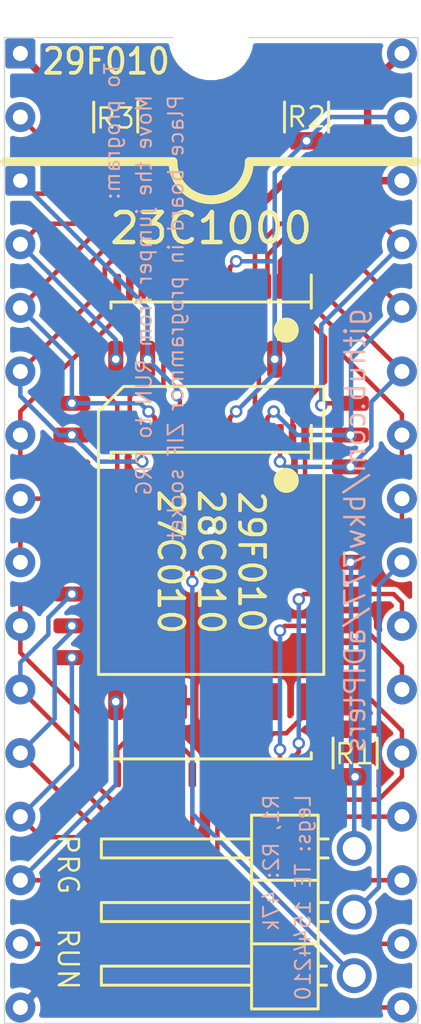
<source format=kicad_pcb>
(kicad_pcb (version 20171130) (host pcbnew 5.1.10-88a1d61d58~88~ubuntu20.10.1)

  (general
    (thickness 1.6)
    (drawings 18)
    (tracks 315)
    (zones 0)
    (modules 9)
    (nets 33)
  )

  (page USLetter)
  (title_block
    (title "29F010 to 23C1000")
    (date 2021-05-09)
    (rev 005)
    (company "Brian K. White - b.kenyon.w@gmail.com")
  )

  (layers
    (0 F.Cu signal)
    (31 B.Cu signal)
    (32 B.Adhes user hide)
    (33 F.Adhes user hide)
    (34 B.Paste user hide)
    (35 F.Paste user hide)
    (36 B.SilkS user hide)
    (37 F.SilkS user)
    (38 B.Mask user hide)
    (39 F.Mask user hide)
    (40 Dwgs.User user hide)
    (41 Cmts.User user hide)
    (42 Eco1.User user hide)
    (43 Eco2.User user hide)
    (44 Edge.Cuts user)
    (45 Margin user hide)
    (46 B.CrtYd user hide)
    (47 F.CrtYd user hide)
    (48 B.Fab user hide)
    (49 F.Fab user hide)
  )

  (setup
    (last_trace_width 0.18)
    (user_trace_width 0.16)
    (user_trace_width 0.3)
    (trace_clearance 0.16)
    (zone_clearance 0.16)
    (zone_45_only no)
    (trace_min 0.16)
    (via_size 0.5)
    (via_drill 0.3)
    (via_min_size 0.5)
    (via_min_drill 0.3)
    (uvia_size 0.5)
    (uvia_drill 0.3)
    (uvias_allowed no)
    (uvia_min_size 0.5)
    (uvia_min_drill 0.3)
    (edge_width 0.05)
    (segment_width 0.2)
    (pcb_text_width 0.3)
    (pcb_text_size 1.5 1.5)
    (mod_edge_width 0.12)
    (mod_text_size 1 1)
    (mod_text_width 0.15)
    (pad_size 1.2 1.2)
    (pad_drill 0.58)
    (pad_to_mask_clearance 0)
    (solder_mask_min_width 0.22)
    (aux_axis_origin 0 0)
    (grid_origin 150 97.46)
    (visible_elements FFFFFF7F)
    (pcbplotparams
      (layerselection 0x010f0_ffffffff)
      (usegerberextensions true)
      (usegerberattributes false)
      (usegerberadvancedattributes false)
      (creategerberjobfile false)
      (excludeedgelayer true)
      (linewidth 0.100000)
      (plotframeref false)
      (viasonmask false)
      (mode 1)
      (useauxorigin false)
      (hpglpennumber 1)
      (hpglpenspeed 20)
      (hpglpendiameter 15.000000)
      (psnegative false)
      (psa4output false)
      (plotreference true)
      (plotvalue true)
      (plotinvisibletext false)
      (padsonsilk false)
      (subtractmaskfromsilk true)
      (outputformat 1)
      (mirror false)
      (drillshape 0)
      (scaleselection 1)
      (outputdirectory "GERBER_FLASH_23C1000"))
  )

  (net 0 "")
  (net 1 /A14)
  (net 2 /D2)
  (net 3 /A13)
  (net 4 /D1)
  (net 5 /A8)
  (net 6 /D0)
  (net 7 /A9)
  (net 8 /A0)
  (net 9 /A11)
  (net 10 /A1)
  (net 11 /~OE)
  (net 12 /A2)
  (net 13 /A10)
  (net 14 /A3)
  (net 15 /~CE)
  (net 16 /A4)
  (net 17 /D7)
  (net 18 /A5)
  (net 19 /D6)
  (net 20 /A6)
  (net 21 /D5)
  (net 22 /A7)
  (net 23 /D4)
  (net 24 /A12)
  (net 25 /D3)
  (net 26 /~WE)
  (net 27 /A16)
  (net 28 /A15)
  (net 29 /VCC)
  (net 30 /GND)
  (net 31 /A16_~OE)
  (net 32 /VPP)

  (net_class Default "This is the default net class."
    (clearance 0.16)
    (trace_width 0.18)
    (via_dia 0.5)
    (via_drill 0.3)
    (uvia_dia 0.5)
    (uvia_drill 0.3)
    (add_net /A0)
    (add_net /A1)
    (add_net /A10)
    (add_net /A11)
    (add_net /A12)
    (add_net /A13)
    (add_net /A14)
    (add_net /A15)
    (add_net /A16)
    (add_net /A16_~OE)
    (add_net /A2)
    (add_net /A3)
    (add_net /A4)
    (add_net /A5)
    (add_net /A6)
    (add_net /A7)
    (add_net /A8)
    (add_net /A9)
    (add_net /D0)
    (add_net /D1)
    (add_net /D2)
    (add_net /D3)
    (add_net /D4)
    (add_net /D5)
    (add_net /D6)
    (add_net /D7)
    (add_net /GND)
    (add_net /VCC)
    (add_net /VPP)
    (add_net /~CE)
    (add_net /~OE)
    (add_net /~WE)
  )

  (module 000_LOCAL:NPTH_3mm (layer F.Cu) (tedit 5F9F8D8C) (tstamp 5FC9F7C4)
    (at 150 77.775)
    (fp_text reference REF** (at 0 2.54) (layer F.SilkS) hide
      (effects (font (size 1.27 1.27) (thickness 0.127)))
    )
    (fp_text value NPTH_3mm (at 0 -2.54) (layer F.Fab)
      (effects (font (size 1.27 1.27) (thickness 0.0127)))
    )
    (pad "" np_thru_hole circle (at 0 0) (size 3 3) (drill 3) (layers *.Cu *.Mask))
  )

  (module 000_LOCAL:DIP32_0.6_pcb_sil_pins (layer F.Cu) (tedit 5FC98C84) (tstamp 5E6197D1)
    (at 150 97.46)
    (descr "28-lead though-hole mounted DIP package, row spacing 15.24 mm (600 mils)")
    (tags "THT DIP DIL PDIP 2.54mm 15.24mm 600mil")
    (path /5E5C209E)
    (fp_text reference J1 (at 0 -21.38) (layer F.SilkS) hide
      (effects (font (size 1 1) (thickness 0.15)))
    )
    (fp_text value "uPD23C1000 / FLASH" (at 0 21.59) (layer F.Fab)
      (effects (font (size 1 1) (thickness 0.15)))
    )
    (fp_line (start 8.22 -19.65) (end -8.22 -19.65) (layer F.CrtYd) (width 0.01))
    (fp_line (start 8.22 19.65) (end 8.22 -19.65) (layer F.CrtYd) (width 0.01))
    (fp_line (start -8.22 19.65) (end 8.22 19.65) (layer F.CrtYd) (width 0.01))
    (fp_line (start -8.22 -19.65) (end -8.22 19.65) (layer F.CrtYd) (width 0.01))
    (fp_text user %R (at 0.27 0.58) (layer F.Fab)
      (effects (font (size 1 1) (thickness 0.15)))
    )
    (pad 32 thru_hole circle (at 7.62 -19.05) (size 1.2 1.2) (drill 0.6) (layers *.Cu *.Mask)
      (net 29 /VCC))
    (pad 31 thru_hole circle (at 7.62 -16.51) (size 1.2 1.2) (drill 0.6) (layers *.Cu *.Mask)
      (net 26 /~WE))
    (pad 15 thru_hole circle (at -7.62 16.51) (size 1.2 1.2) (drill 0.6) (layers *.Cu *.Mask)
      (net 2 /D2))
    (pad 16 thru_hole circle (at -7.62 19.05) (size 1.2 1.2) (drill 0.6) (layers *.Cu *.Mask)
      (net 30 /GND))
    (pad 1 thru_hole roundrect (at -7.62 -19.05) (size 1.2 1.2) (drill 0.6) (layers *.Cu *.Mask) (roundrect_rratio 0.1)
      (net 32 /VPP))
    (pad 29 thru_hole circle (at 7.62 -11.43) (size 1.2 1.2) (drill 0.6) (layers *.Cu *.Mask)
      (net 1 /A14))
    (pad 2 thru_hole circle (at -7.62 -16.51) (size 1.2 1.2) (drill 0.6) (layers *.Cu *.Mask)
      (net 27 /A16))
    (pad 30 thru_hole circle (at 7.62 -13.97) (size 1.2 1.2) (drill 0.6) (layers *.Cu *.Mask)
      (net 29 /VCC))
    (pad 3 thru_hole roundrect (at -7.62 -13.97) (size 1.2 1.2) (drill 0.58) (layers *.Cu *.Mask) (roundrect_rratio 0.1)
      (net 28 /A15))
    (pad 17 thru_hole circle (at 7.62 19.05) (size 1.2 1.2) (drill 0.6) (layers *.Cu *.Mask)
      (net 25 /D3))
    (pad 4 thru_hole circle (at -7.62 -11.43) (size 1.2 1.2) (drill 0.6) (layers *.Cu *.Mask)
      (net 24 /A12))
    (pad 18 thru_hole circle (at 7.62 16.51) (size 1.2 1.2) (drill 0.6) (layers *.Cu *.Mask)
      (net 23 /D4))
    (pad 5 thru_hole circle (at -7.62 -8.89) (size 1.2 1.2) (drill 0.6) (layers *.Cu *.Mask)
      (net 22 /A7))
    (pad 19 thru_hole circle (at 7.62 13.97) (size 1.2 1.2) (drill 0.6) (layers *.Cu *.Mask)
      (net 21 /D5))
    (pad 6 thru_hole circle (at -7.62 -6.35) (size 1.2 1.2) (drill 0.6) (layers *.Cu *.Mask)
      (net 20 /A6))
    (pad 20 thru_hole circle (at 7.62 11.43) (size 1.2 1.2) (drill 0.6) (layers *.Cu *.Mask)
      (net 19 /D6))
    (pad 7 thru_hole circle (at -7.62 -3.81) (size 1.2 1.2) (drill 0.6) (layers *.Cu *.Mask)
      (net 18 /A5))
    (pad 21 thru_hole circle (at 7.62 8.89) (size 1.2 1.2) (drill 0.6) (layers *.Cu *.Mask)
      (net 17 /D7))
    (pad 8 thru_hole circle (at -7.62 -1.27) (size 1.2 1.2) (drill 0.6) (layers *.Cu *.Mask)
      (net 16 /A4))
    (pad 22 thru_hole circle (at 7.62 6.35) (size 1.2 1.2) (drill 0.6) (layers *.Cu *.Mask)
      (net 15 /~CE))
    (pad 9 thru_hole circle (at -7.62 1.27) (size 1.2 1.2) (drill 0.6) (layers *.Cu *.Mask)
      (net 14 /A3))
    (pad 23 thru_hole circle (at 7.62 3.81) (size 1.2 1.2) (drill 0.6) (layers *.Cu *.Mask)
      (net 13 /A10))
    (pad 10 thru_hole circle (at -7.62 3.81) (size 1.2 1.2) (drill 0.6) (layers *.Cu *.Mask)
      (net 12 /A2))
    (pad 24 thru_hole circle (at 7.62 1.27) (size 1.2 1.2) (drill 0.6) (layers *.Cu *.Mask)
      (net 31 /A16_~OE))
    (pad 11 thru_hole circle (at -7.62 6.35) (size 1.2 1.2) (drill 0.6) (layers *.Cu *.Mask)
      (net 10 /A1))
    (pad 25 thru_hole circle (at 7.62 -1.27) (size 1.2 1.2) (drill 0.6) (layers *.Cu *.Mask)
      (net 9 /A11))
    (pad 12 thru_hole circle (at -7.62 8.89) (size 1.2 1.2) (drill 0.6) (layers *.Cu *.Mask)
      (net 8 /A0))
    (pad 26 thru_hole circle (at 7.62 -3.81) (size 1.2 1.2) (drill 0.6) (layers *.Cu *.Mask)
      (net 7 /A9))
    (pad 13 thru_hole circle (at -7.62 11.43) (size 1.2 1.2) (drill 0.6) (layers *.Cu *.Mask)
      (net 6 /D0))
    (pad 27 thru_hole circle (at 7.62 -6.35) (size 1.2 1.2) (drill 0.6) (layers *.Cu *.Mask)
      (net 5 /A8))
    (pad 14 thru_hole circle (at -7.62 13.97) (size 1.2 1.2) (drill 0.6) (layers *.Cu *.Mask)
      (net 4 /D1))
    (pad 28 thru_hole circle (at 7.62 -8.89) (size 1.2 1.2) (drill 0.6) (layers *.Cu *.Mask)
      (net 3 /A13))
    (model ${KIPRJMOD}/000_LOCAL.pretty/packages3d/DIL_LEG.step
      (offset (xyz -7.62 16.51 0.18))
      (scale (xyz 1 1 1))
      (rotate (xyz 0 0 0))
    )
    (model ${KIPRJMOD}/000_LOCAL.pretty/packages3d/DIL_LEG.step
      (offset (xyz -7.62 13.97 0.18))
      (scale (xyz 1 1 1))
      (rotate (xyz 0 0 0))
    )
    (model ${KIPRJMOD}/000_LOCAL.pretty/packages3d/DIL_LEG.step
      (offset (xyz -7.62 11.43 0.18))
      (scale (xyz 1 1 1))
      (rotate (xyz 0 0 0))
    )
    (model ${KIPRJMOD}/000_LOCAL.pretty/packages3d/DIL_LEG.step
      (offset (xyz -7.62 8.890000000000001 0.18))
      (scale (xyz 1 1 1))
      (rotate (xyz 0 0 0))
    )
    (model ${KIPRJMOD}/000_LOCAL.pretty/packages3d/DIL_LEG.step
      (offset (xyz -7.62 6.35 0.18))
      (scale (xyz 1 1 1))
      (rotate (xyz 0 0 0))
    )
    (model ${KIPRJMOD}/000_LOCAL.pretty/packages3d/DIL_LEG.step
      (offset (xyz -7.62 3.81 0.18))
      (scale (xyz 1 1 1))
      (rotate (xyz 0 0 0))
    )
    (model ${KIPRJMOD}/000_LOCAL.pretty/packages3d/DIL_LEG.step
      (offset (xyz -7.62 1.27 0.18))
      (scale (xyz 1 1 1))
      (rotate (xyz 0 0 0))
    )
    (model ${KIPRJMOD}/000_LOCAL.pretty/packages3d/DIL_LEG.step
      (offset (xyz -7.62 -1.27 0.18))
      (scale (xyz 1 1 1))
      (rotate (xyz 0 0 0))
    )
    (model ${KIPRJMOD}/000_LOCAL.pretty/packages3d/DIL_LEG.step
      (offset (xyz -7.62 -3.81 0.18))
      (scale (xyz 1 1 1))
      (rotate (xyz 0 0 0))
    )
    (model ${KIPRJMOD}/000_LOCAL.pretty/packages3d/DIL_LEG.step
      (offset (xyz -7.62 -6.35 0.18))
      (scale (xyz 1 1 1))
      (rotate (xyz 0 0 0))
    )
    (model ${KIPRJMOD}/000_LOCAL.pretty/packages3d/DIL_LEG.step
      (offset (xyz -7.62 -8.890000000000001 0.18))
      (scale (xyz 1 1 1))
      (rotate (xyz 0 0 0))
    )
    (model ${KIPRJMOD}/000_LOCAL.pretty/packages3d/DIL_LEG.step
      (offset (xyz -7.62 -11.43 0.18))
      (scale (xyz 1 1 1))
      (rotate (xyz 0 0 0))
    )
    (model ${KIPRJMOD}/000_LOCAL.pretty/packages3d/DIL_LEG.step
      (offset (xyz -7.62 -13.97 0.18))
      (scale (xyz 1 1 1))
      (rotate (xyz 0 0 0))
    )
    (model ${KIPRJMOD}/000_LOCAL.pretty/packages3d/DIL_LEG.step
      (offset (xyz -7.62 -16.51 0.18))
      (scale (xyz 1 1 1))
      (rotate (xyz 0 0 0))
    )
    (model ${KIPRJMOD}/000_LOCAL.pretty/packages3d/DIL_LEG.step
      (offset (xyz 7.62 -16.51 0.18))
      (scale (xyz 1 1 1))
      (rotate (xyz 0 0 0))
    )
    (model ${KIPRJMOD}/000_LOCAL.pretty/packages3d/DIL_LEG.step
      (offset (xyz 7.62 -13.97 0.18))
      (scale (xyz 1 1 1))
      (rotate (xyz 0 0 0))
    )
    (model ${KIPRJMOD}/000_LOCAL.pretty/packages3d/DIL_LEG.step
      (offset (xyz 7.62 -11.43 0.18))
      (scale (xyz 1 1 1))
      (rotate (xyz 0 0 0))
    )
    (model ${KIPRJMOD}/000_LOCAL.pretty/packages3d/DIL_LEG.step
      (offset (xyz 7.62 -8.890000000000001 0.18))
      (scale (xyz 1 1 1))
      (rotate (xyz 0 0 0))
    )
    (model ${KIPRJMOD}/000_LOCAL.pretty/packages3d/DIL_LEG.step
      (offset (xyz 7.62 -6.35 0.18))
      (scale (xyz 1 1 1))
      (rotate (xyz 0 0 0))
    )
    (model ${KIPRJMOD}/000_LOCAL.pretty/packages3d/DIL_LEG.step
      (offset (xyz 7.62 -3.81 0.18))
      (scale (xyz 1 1 1))
      (rotate (xyz 0 0 0))
    )
    (model ${KIPRJMOD}/000_LOCAL.pretty/packages3d/DIL_LEG.step
      (offset (xyz 7.62 -1.27 0.18))
      (scale (xyz 1 1 1))
      (rotate (xyz 0 0 0))
    )
    (model ${KIPRJMOD}/000_LOCAL.pretty/packages3d/DIL_LEG.step
      (offset (xyz 7.62 1.27 0.18))
      (scale (xyz 1 1 1))
      (rotate (xyz 0 0 0))
    )
    (model ${KIPRJMOD}/000_LOCAL.pretty/packages3d/DIL_LEG.step
      (offset (xyz 7.62 3.81 0.18))
      (scale (xyz 1 1 1))
      (rotate (xyz 0 0 0))
    )
    (model ${KIPRJMOD}/000_LOCAL.pretty/packages3d/DIL_LEG.step
      (offset (xyz 7.62 6.35 0.18))
      (scale (xyz 1 1 1))
      (rotate (xyz 0 0 0))
    )
    (model ${KIPRJMOD}/000_LOCAL.pretty/packages3d/DIL_LEG.step
      (offset (xyz 7.62 8.890000000000001 0.18))
      (scale (xyz 1 1 1))
      (rotate (xyz 0 0 0))
    )
    (model ${KIPRJMOD}/000_LOCAL.pretty/packages3d/DIL_LEG.step
      (offset (xyz 7.62 11.43 0.18))
      (scale (xyz 1 1 1))
      (rotate (xyz 0 0 0))
    )
    (model ${KIPRJMOD}/000_LOCAL.pretty/packages3d/DIL_LEG.step
      (offset (xyz 7.62 13.97 0.18))
      (scale (xyz 1 1 1))
      (rotate (xyz 0 0 0))
    )
    (model ${KIPRJMOD}/000_LOCAL.pretty/packages3d/DIL_LEG.step
      (offset (xyz 7.62 16.51 0.18))
      (scale (xyz 1 1 1))
      (rotate (xyz 0 0 0))
    )
    (model ${KIPRJMOD}/000_LOCAL.pretty/packages3d/DIL_LEG.step
      (offset (xyz 7.62 19.05 0.18034))
      (scale (xyz 1 1 1))
      (rotate (xyz 0 0 0))
    )
    (model ${KIPRJMOD}/000_LOCAL.pretty/packages3d/DIL_LEG.step
      (offset (xyz 7.62 -19.05 0.18034))
      (scale (xyz 1 1 1))
      (rotate (xyz 0 0 0))
    )
    (model ${KIPRJMOD}/000_LOCAL.pretty/packages3d/DIL_LEG.step
      (offset (xyz -7.62 19.05 0.18034))
      (scale (xyz 1 1 1))
      (rotate (xyz 0 0 0))
    )
    (model ${KIPRJMOD}/000_LOCAL.pretty/packages3d/DIL_LEG.step
      (offset (xyz -7.62 -19.05 0.18034))
      (scale (xyz 1 1 1))
      (rotate (xyz 0 0 0))
    )
  )

  (module 000_LOCAL:Pin_Header_Angled_1x03_Pitch2.54mm_12shorted (layer F.Cu) (tedit 5E67F9D5) (tstamp 5FA38820)
    (at 155.715 115.24 180)
    (descr "Through hole angled pin header, 1x03, 2.54mm pitch, 6mm pin length, single row")
    (tags "Through hole angled pin header THT 1x03 2.54mm single row")
    (path /5E634357)
    (fp_text reference JP1 (at 4.385 -2.27) (layer F.SilkS) hide
      (effects (font (size 1 1) (thickness 0.15)))
    )
    (fp_text value RUN/PROGRAM (at 4.385 7.35) (layer F.Fab)
      (effects (font (size 1 1) (thickness 0.15)))
    )
    (fp_poly (pts (xy 0.3175 0.3175) (xy -0.3175 0.3175) (xy -0.3175 -0.3175) (xy 0.3175 -0.3175)) (layer Dwgs.User) (width 0.00254))
    (fp_line (start 2.135 -1.27) (end 4.04 -1.27) (layer F.Fab) (width 0.1))
    (fp_line (start 4.04 -1.27) (end 4.04 6.35) (layer F.Fab) (width 0.1))
    (fp_line (start 4.04 6.35) (end 1.5 6.35) (layer F.Fab) (width 0.1))
    (fp_line (start 1.5 6.35) (end 1.5 -0.635) (layer F.Fab) (width 0.1))
    (fp_line (start 1.5 -0.635) (end 2.135 -1.27) (layer F.Fab) (width 0.1))
    (fp_line (start -0.32 -0.32) (end 1.5 -0.32) (layer F.Fab) (width 0.1))
    (fp_line (start -0.32 0.32) (end 1.5 0.32) (layer F.Fab) (width 0.1))
    (fp_line (start 4.04 -0.32) (end 10.04 -0.32) (layer F.Fab) (width 0.1))
    (fp_line (start 10.04 -0.32) (end 10.04 0.32) (layer F.Fab) (width 0.1))
    (fp_line (start 4.04 0.32) (end 10.04 0.32) (layer F.Fab) (width 0.1))
    (fp_line (start -0.32 2.22) (end 1.5 2.22) (layer F.Fab) (width 0.1))
    (fp_line (start -0.32 2.22) (end -0.32 2.86) (layer F.Fab) (width 0.1))
    (fp_line (start -0.32 2.86) (end 1.5 2.86) (layer F.Fab) (width 0.1))
    (fp_line (start 4.04 2.22) (end 10.04 2.22) (layer F.Fab) (width 0.1))
    (fp_line (start 10.04 2.22) (end 10.04 2.86) (layer F.Fab) (width 0.1))
    (fp_line (start 4.04 2.86) (end 10.04 2.86) (layer F.Fab) (width 0.1))
    (fp_line (start -0.32 4.76) (end 1.5 4.76) (layer F.Fab) (width 0.1))
    (fp_line (start -0.32 4.76) (end -0.32 5.4) (layer F.Fab) (width 0.1))
    (fp_line (start -0.32 5.4) (end 1.5 5.4) (layer F.Fab) (width 0.1))
    (fp_line (start 4.04 4.76) (end 10.04 4.76) (layer F.Fab) (width 0.1))
    (fp_line (start 10.04 4.76) (end 10.04 5.4) (layer F.Fab) (width 0.1))
    (fp_line (start 4.04 5.4) (end 10.04 5.4) (layer F.Fab) (width 0.1))
    (fp_line (start 1.44 -1.33) (end 1.44 6.41) (layer F.SilkS) (width 0.12))
    (fp_line (start 1.44 6.41) (end 4.1 6.41) (layer F.SilkS) (width 0.12))
    (fp_line (start 4.1 6.41) (end 4.1 -1.33) (layer F.SilkS) (width 0.12))
    (fp_line (start 4.1 -1.33) (end 1.44 -1.33) (layer F.SilkS) (width 0.12))
    (fp_line (start 4.1 -0.38) (end 10.1 -0.38) (layer F.SilkS) (width 0.12))
    (fp_line (start 10.1 -0.38) (end 10.1 0.38) (layer F.SilkS) (width 0.12))
    (fp_line (start 10.1 0.38) (end 4.1 0.38) (layer F.SilkS) (width 0.12))
    (fp_line (start 1.11 -0.38) (end 1.44 -0.38) (layer F.SilkS) (width 0.12))
    (fp_line (start 1.11 0.38) (end 1.44 0.38) (layer F.SilkS) (width 0.12))
    (fp_line (start 1.44 1.27) (end 4.1 1.27) (layer F.SilkS) (width 0.12))
    (fp_line (start 4.1 2.16) (end 10.1 2.16) (layer F.SilkS) (width 0.12))
    (fp_line (start 10.1 2.16) (end 10.1 2.92) (layer F.SilkS) (width 0.12))
    (fp_line (start 10.1 2.92) (end 4.1 2.92) (layer F.SilkS) (width 0.12))
    (fp_line (start 1.042929 2.16) (end 1.44 2.16) (layer F.SilkS) (width 0.12))
    (fp_line (start 1.042929 2.92) (end 1.44 2.92) (layer F.SilkS) (width 0.12))
    (fp_line (start 1.44 3.81) (end 4.1 3.81) (layer F.SilkS) (width 0.12))
    (fp_line (start 4.1 4.7) (end 10.1 4.7) (layer F.SilkS) (width 0.12))
    (fp_line (start 10.1 4.7) (end 10.1 5.46) (layer F.SilkS) (width 0.12))
    (fp_line (start 10.1 5.46) (end 4.1 5.46) (layer F.SilkS) (width 0.12))
    (fp_line (start 1.042929 4.7) (end 1.44 4.7) (layer F.SilkS) (width 0.12))
    (fp_line (start 1.042929 5.46) (end 1.44 5.46) (layer F.SilkS) (width 0.12))
    (fp_line (start -1.8 -1.8) (end -1.8 6.85) (layer F.CrtYd) (width 0.05))
    (fp_line (start -1.8 6.85) (end 10.55 6.85) (layer F.CrtYd) (width 0.05))
    (fp_line (start 10.55 6.85) (end 10.55 -1.8) (layer F.CrtYd) (width 0.05))
    (fp_line (start 10.55 -1.8) (end -1.8 -1.8) (layer F.CrtYd) (width 0.05))
    (fp_text user %R (at 2.77 2.54 90) (layer F.Fab)
      (effects (font (size 1 1) (thickness 0.15)))
    )
    (pad 1 thru_hole circle (at 0 0 180) (size 1.397 1.397) (drill 0.9144) (layers *.Cu *.Mask)
      (net 27 /A16))
    (pad 2 thru_hole circle (at 0 2.54 180) (size 1.397 1.397) (drill 0.9144) (layers *.Cu *.Mask)
      (net 31 /A16_~OE))
    (pad 3 thru_hole circle (at 0 5.08 180) (size 1.397 1.397) (drill 0.9144) (layers *.Cu *.Mask)
      (net 11 /~OE))
    (model ${KIPRJMOD}/000_LOCAL.pretty/packages3d/PinHeader_1x03_P2.54mm_Horizontal.step
      (at (xyz 0 0 0))
      (scale (xyz 1 1 1))
      (rotate (xyz 0 0 0))
    )
    (model ${KIPRJMOD}/000_LOCAL.pretty/packages3d/Jumper.stp
      (offset (xyz 4.064 -3.7592 0.1016))
      (scale (xyz 1 1 1))
      (rotate (xyz 0 -90 90))
    )
  )

  (module 000_LOCAL:R_0805 (layer F.Cu) (tedit 5F9E65BE) (tstamp 5E6C8B5E)
    (at 146.19 80.95 90)
    (descr "Resistor SMD 0805, reflow soldering, Vishay (see dcrcw.pdf)")
    (tags "resistor 0805")
    (path /5E74DD94)
    (attr smd)
    (fp_text reference R3 (at -0.0508 -0.0127 180) (layer F.SilkS)
      (effects (font (size 0.8 0.8) (thickness 0.1)))
    )
    (fp_text value 47K (at 0 1.75 90) (layer F.Fab)
      (effects (font (size 1 1) (thickness 0.15)))
    )
    (fp_line (start -1 0.62) (end -1 -0.62) (layer F.Fab) (width 0.1))
    (fp_line (start 1 0.62) (end -1 0.62) (layer F.Fab) (width 0.1))
    (fp_line (start 1 -0.62) (end 1 0.62) (layer F.Fab) (width 0.1))
    (fp_line (start -1 -0.62) (end 1 -0.62) (layer F.Fab) (width 0.1))
    (fp_line (start 0.6 0.88) (end -0.6 0.88) (layer F.SilkS) (width 0.12))
    (fp_line (start -0.6 -0.88) (end 0.6 -0.88) (layer F.SilkS) (width 0.12))
    (fp_line (start -1.55 -0.9) (end 1.55 -0.9) (layer F.CrtYd) (width 0.05))
    (fp_line (start -1.55 -0.9) (end -1.55 0.9) (layer F.CrtYd) (width 0.05))
    (fp_line (start 1.55 0.9) (end 1.55 -0.9) (layer F.CrtYd) (width 0.05))
    (fp_line (start 1.55 0.9) (end -1.55 0.9) (layer F.CrtYd) (width 0.05))
    (fp_text user %R (at 0 0 90) (layer F.Fab)
      (effects (font (size 0.5 0.5) (thickness 0.075)))
    )
    (pad 1 smd roundrect (at -0.95 0 90) (size 0.7 1.3) (layers F.Cu F.Paste F.Mask) (roundrect_rratio 0.1)
      (net 32 /VPP))
    (pad 2 smd roundrect (at 0.95 0 90) (size 0.7 1.3) (layers F.Cu F.Paste F.Mask) (roundrect_rratio 0.1)
      (net 29 /VCC))
    (model ${KIPRJMOD}/000_LOCAL.pretty/packages3d/R_0805_2012Metric.step_x
      (at (xyz 0 0 0))
      (scale (xyz 1 1 1))
      (rotate (xyz 0 0 0))
    )
  )

  (module 000_LOCAL:R_0805 (layer F.Cu) (tedit 5F9E65BE) (tstamp 5E6815F7)
    (at 153.81 80.95 90)
    (descr "Resistor SMD 0805, reflow soldering, Vishay (see dcrcw.pdf)")
    (tags "resistor 0805")
    (path /5E802DCC)
    (attr smd)
    (fp_text reference R2 (at 0 0 180) (layer F.SilkS)
      (effects (font (size 0.8 0.8) (thickness 0.1)))
    )
    (fp_text value 47K (at 0 1.75 90) (layer F.Fab)
      (effects (font (size 1 1) (thickness 0.15)))
    )
    (fp_line (start -1 0.62) (end -1 -0.62) (layer F.Fab) (width 0.1))
    (fp_line (start 1 0.62) (end -1 0.62) (layer F.Fab) (width 0.1))
    (fp_line (start 1 -0.62) (end 1 0.62) (layer F.Fab) (width 0.1))
    (fp_line (start -1 -0.62) (end 1 -0.62) (layer F.Fab) (width 0.1))
    (fp_line (start 0.6 0.88) (end -0.6 0.88) (layer F.SilkS) (width 0.12))
    (fp_line (start -0.6 -0.88) (end 0.6 -0.88) (layer F.SilkS) (width 0.12))
    (fp_line (start -1.55 -0.9) (end 1.55 -0.9) (layer F.CrtYd) (width 0.05))
    (fp_line (start -1.55 -0.9) (end -1.55 0.9) (layer F.CrtYd) (width 0.05))
    (fp_line (start 1.55 0.9) (end 1.55 -0.9) (layer F.CrtYd) (width 0.05))
    (fp_line (start 1.55 0.9) (end -1.55 0.9) (layer F.CrtYd) (width 0.05))
    (fp_text user %R (at 0 0 90) (layer F.Fab)
      (effects (font (size 0.5 0.5) (thickness 0.075)))
    )
    (pad 1 smd roundrect (at -0.95 0 90) (size 0.7 1.3) (layers F.Cu F.Paste F.Mask) (roundrect_rratio 0.1)
      (net 26 /~WE))
    (pad 2 smd roundrect (at 0.95 0 90) (size 0.7 1.3) (layers F.Cu F.Paste F.Mask) (roundrect_rratio 0.1)
      (net 29 /VCC))
    (model ${KIPRJMOD}/000_LOCAL.pretty/packages3d/R_0805_2012Metric.step
      (at (xyz 0 0 0))
      (scale (xyz 1 1 1))
      (rotate (xyz 0 0 0))
    )
  )

  (module 000_LOCAL:R_0805 (layer F.Cu) (tedit 5F9E65BE) (tstamp 5E638D11)
    (at 155.75 106.35 90)
    (descr "Resistor SMD 0805, reflow soldering, Vishay (see dcrcw.pdf)")
    (tags "resistor 0805")
    (path /5E614D7E)
    (attr smd)
    (fp_text reference R1 (at -0.0381 -0.0254) (layer F.SilkS)
      (effects (font (size 0.8 0.8) (thickness 0.1)))
    )
    (fp_text value 47k (at 0 1.75 90) (layer F.Fab)
      (effects (font (size 1 1) (thickness 0.15)))
    )
    (fp_line (start -1 0.62) (end -1 -0.62) (layer F.Fab) (width 0.1))
    (fp_line (start 1 0.62) (end -1 0.62) (layer F.Fab) (width 0.1))
    (fp_line (start 1 -0.62) (end 1 0.62) (layer F.Fab) (width 0.1))
    (fp_line (start -1 -0.62) (end 1 -0.62) (layer F.Fab) (width 0.1))
    (fp_line (start 0.6 0.88) (end -0.6 0.88) (layer F.SilkS) (width 0.12))
    (fp_line (start -0.6 -0.88) (end 0.6 -0.88) (layer F.SilkS) (width 0.12))
    (fp_line (start -1.55 -0.9) (end 1.55 -0.9) (layer F.CrtYd) (width 0.05))
    (fp_line (start -1.55 -0.9) (end -1.55 0.9) (layer F.CrtYd) (width 0.05))
    (fp_line (start 1.55 0.9) (end 1.55 -0.9) (layer F.CrtYd) (width 0.05))
    (fp_line (start 1.55 0.9) (end -1.55 0.9) (layer F.CrtYd) (width 0.05))
    (fp_text user %R (at 0 0 90) (layer F.Fab)
      (effects (font (size 0.5 0.5) (thickness 0.075)))
    )
    (pad 1 smd roundrect (at -0.95 0 90) (size 0.7 1.3) (layers F.Cu F.Paste F.Mask) (roundrect_rratio 0.1)
      (net 11 /~OE))
    (pad 2 smd roundrect (at 0.95 0 90) (size 0.7 1.3) (layers F.Cu F.Paste F.Mask) (roundrect_rratio 0.1)
      (net 30 /GND))
    (model ${KIPRJMOD}/000_LOCAL.pretty/packages3d/R_0805_2012Metric.step
      (at (xyz 0 0 0))
      (scale (xyz 1 1 1))
      (rotate (xyz 0 0 0))
    )
  )

  (module 000_LOCAL:TSOP32-14mm (layer F.Cu) (tedit 5F970953) (tstamp 5E60E0E3)
    (at 150 100.46 180)
    (descr "Module CMS TSOP 32 pins")
    (tags "CMS TSOP")
    (path /5E618FF4)
    (attr smd)
    (fp_text reference U2 (at 0 -2) (layer F.SilkS) hide
      (effects (font (size 1 1) (thickness 0.15)))
    )
    (fp_text value "29F010 sTSOP-32 14mm" (at 0.15 -1.35 180) (layer F.SilkS) hide
      (effects (font (size 1 1) (thickness 0.15)))
    )
    (fp_circle (center -3 5) (end -2.75 5) (layer F.SilkS) (width 0.5))
    (fp_line (start -4 6.125) (end 4 6.125) (layer F.SilkS) (width 0.12))
    (fp_line (start 4 -6.125) (end -4 -6.125) (layer F.SilkS) (width 0.12))
    (fp_line (start -4 7.2) (end -4 5.875) (layer F.SilkS) (width 0.12))
    (fp_line (start 4 6.125) (end 4 5.875) (layer F.SilkS) (width 0.12))
    (fp_line (start -4 -6.125) (end -4 -5.875) (layer F.SilkS) (width 0.12))
    (fp_line (start 4 -6.125) (end 4 -5.875) (layer F.SilkS) (width 0.12))
    (fp_text user %R (at 0 0 90) (layer F.Fab)
      (effects (font (size 1 1) (thickness 0.15)))
    )
    (fp_text user "Copyright 2016 Accelerated Designs. All rights reserved." (at 0 0 90) (layer Cmts.User)
      (effects (font (size 0.127 0.127) (thickness 0.002)))
    )
    (pad 1 smd roundrect (at -3.75 6.75 180) (size 0.3 1) (layers F.Cu F.Paste F.Mask) (roundrect_rratio 0.25)
      (net 9 /A11))
    (pad 2 smd roundrect (at -3.25 6.75 180) (size 0.3 1) (layers F.Cu F.Paste F.Mask) (roundrect_rratio 0.25)
      (net 7 /A9))
    (pad 3 smd roundrect (at -2.75 6.75 180) (size 0.3 1) (layers F.Cu F.Paste F.Mask) (roundrect_rratio 0.25)
      (net 5 /A8))
    (pad 4 smd roundrect (at -2.25 6.75 180) (size 0.3 1) (layers F.Cu F.Paste F.Mask) (roundrect_rratio 0.25)
      (net 3 /A13))
    (pad 5 smd roundrect (at -1.75 6.75 180) (size 0.3 1) (layers F.Cu F.Paste F.Mask) (roundrect_rratio 0.25)
      (net 1 /A14))
    (pad 6 smd roundrect (at -1.25 6.75 180) (size 0.3 1) (layers F.Cu F.Paste F.Mask) (roundrect_rratio 0.25))
    (pad 7 smd roundrect (at -0.75 6.75 180) (size 0.3 1) (layers F.Cu F.Paste F.Mask) (roundrect_rratio 0.25)
      (net 26 /~WE))
    (pad 8 smd roundrect (at -0.25 6.75 180) (size 0.3 1) (layers F.Cu F.Paste F.Mask) (roundrect_rratio 0.25)
      (net 29 /VCC))
    (pad 9 smd roundrect (at 0.25 6.75 180) (size 0.3 1) (layers F.Cu F.Paste F.Mask) (roundrect_rratio 0.25)
      (net 32 /VPP))
    (pad 10 smd roundrect (at 0.75 6.75 180) (size 0.3 1) (layers F.Cu F.Paste F.Mask) (roundrect_rratio 0.25)
      (net 27 /A16))
    (pad 11 smd roundrect (at 1.25 6.75 180) (size 0.3 1) (layers F.Cu F.Paste F.Mask) (roundrect_rratio 0.25)
      (net 28 /A15))
    (pad 12 smd roundrect (at 1.75 6.75 180) (size 0.3 1) (layers F.Cu F.Paste F.Mask) (roundrect_rratio 0.25)
      (net 24 /A12))
    (pad 13 smd roundrect (at 2.25 6.75 180) (size 0.3 1) (layers F.Cu F.Paste F.Mask) (roundrect_rratio 0.25)
      (net 22 /A7))
    (pad 14 smd roundrect (at 2.75 6.75 180) (size 0.3 1) (layers F.Cu F.Paste F.Mask) (roundrect_rratio 0.25)
      (net 20 /A6))
    (pad 15 smd roundrect (at 3.25 6.75 180) (size 0.3 1) (layers F.Cu F.Paste F.Mask) (roundrect_rratio 0.25)
      (net 18 /A5))
    (pad 16 smd roundrect (at 3.75 6.75 180) (size 0.3 1) (layers F.Cu F.Paste F.Mask) (roundrect_rratio 0.25)
      (net 16 /A4))
    (pad 17 smd roundrect (at 3.75 -6.75 180) (size 0.3 1) (layers F.Cu F.Paste F.Mask) (roundrect_rratio 0.25)
      (net 14 /A3))
    (pad 18 smd roundrect (at 3.25 -6.75 180) (size 0.3 1) (layers F.Cu F.Paste F.Mask) (roundrect_rratio 0.25)
      (net 12 /A2))
    (pad 19 smd roundrect (at 2.75 -6.75 180) (size 0.3 1) (layers F.Cu F.Paste F.Mask) (roundrect_rratio 0.25)
      (net 10 /A1))
    (pad 20 smd roundrect (at 2.25 -6.75 180) (size 0.3 1) (layers F.Cu F.Paste F.Mask) (roundrect_rratio 0.25)
      (net 8 /A0))
    (pad 21 smd roundrect (at 1.75 -6.75 180) (size 0.3 1) (layers F.Cu F.Paste F.Mask) (roundrect_rratio 0.25)
      (net 6 /D0))
    (pad 22 smd roundrect (at 1.25 -6.75 180) (size 0.3 1) (layers F.Cu F.Paste F.Mask) (roundrect_rratio 0.25)
      (net 4 /D1))
    (pad 23 smd roundrect (at 0.75 -6.75 180) (size 0.3 1) (layers F.Cu F.Paste F.Mask) (roundrect_rratio 0.25)
      (net 2 /D2))
    (pad 24 smd roundrect (at 0.25 -6.75 180) (size 0.3 1) (layers F.Cu F.Paste F.Mask) (roundrect_rratio 0.25)
      (net 30 /GND))
    (pad 25 smd roundrect (at -0.25 -6.75 180) (size 0.3 1) (layers F.Cu F.Paste F.Mask) (roundrect_rratio 0.25)
      (net 25 /D3))
    (pad 26 smd roundrect (at -0.75 -6.75 180) (size 0.3 1) (layers F.Cu F.Paste F.Mask) (roundrect_rratio 0.25)
      (net 23 /D4))
    (pad 27 smd roundrect (at -1.25 -6.75 180) (size 0.3 1) (layers F.Cu F.Paste F.Mask) (roundrect_rratio 0.25)
      (net 21 /D5))
    (pad 28 smd roundrect (at -1.75 -6.75 180) (size 0.3 1) (layers F.Cu F.Paste F.Mask) (roundrect_rratio 0.25)
      (net 19 /D6))
    (pad 29 smd roundrect (at -2.25 -6.75 180) (size 0.3 1) (layers F.Cu F.Paste F.Mask) (roundrect_rratio 0.25)
      (net 17 /D7))
    (pad 30 smd roundrect (at -2.75 -6.75 180) (size 0.3 1) (layers F.Cu F.Paste F.Mask) (roundrect_rratio 0.25)
      (net 15 /~CE))
    (pad 31 smd roundrect (at -3.25 -6.75 180) (size 0.3 1) (layers F.Cu F.Paste F.Mask) (roundrect_rratio 0.25)
      (net 13 /A10))
    (pad 32 smd roundrect (at -3.75 -6.75 180) (size 0.3 1) (layers F.Cu F.Paste F.Mask) (roundrect_rratio 0.25)
      (net 11 /~OE))
    (model ${KIPRJMOD}/000_LOCAL.pretty/packages3d/TSOP32_8x14.step
      (at (xyz 0 0 0))
      (scale (xyz 1 1 1))
      (rotate (xyz 0 0 -90))
    )
  )

  (module 000_LOCAL:PLCC32_7x9 (layer F.Cu) (tedit 5F9708DD) (tstamp 5E63CD90)
    (at 150 97.46)
    (descr "PLCC, 32 Pin (http://ww1.microchip.com/downloads/en/DeviceDoc/doc0015.pdf), generated with kicad-footprint-generator ipc_plcc_jLead_generator.py")
    (tags "PLCC LCC")
    (path /5E644E99)
    (attr smd)
    (fp_text reference U3 (at 0 -8.52) (layer F.SilkS) hide
      (effects (font (size 1 1) (thickness 0.15)))
    )
    (fp_text value "29F010 PLCC 7x9" (at 0 8.52) (layer F.Fab)
      (effects (font (size 1 1) (thickness 0.15)))
    )
    (fp_line (start 0 -6.277893) (end 0.5 -6.985) (layer F.Fab) (width 0.1))
    (fp_line (start 0.5 -6.985) (end 5.715 -6.985) (layer F.Fab) (width 0.1))
    (fp_line (start 5.715 -6.985) (end 5.715 6.985) (layer F.Fab) (width 0.1))
    (fp_line (start 5.715 6.985) (end -5.715 6.985) (layer F.Fab) (width 0.1))
    (fp_line (start -5.715 6.985) (end -5.715 -5.845) (layer F.Fab) (width 0.1))
    (fp_line (start -5.715 -5.845) (end -4.575 -6.985) (layer F.Fab) (width 0.1))
    (fp_line (start -4.575 -6.985) (end -0.5 -6.985) (layer F.Fab) (width 0.1))
    (fp_line (start -0.5 -6.985) (end 0 -6.277893) (layer F.Fab) (width 0.1))
    (fp_line (start 0 -7.82) (end 4.36 -7.82) (layer F.CrtYd) (width 0.05))
    (fp_line (start 4.36 -7.82) (end 4.36 -7.23) (layer F.CrtYd) (width 0.05))
    (fp_line (start 4.36 -7.23) (end 5.96 -7.23) (layer F.CrtYd) (width 0.05))
    (fp_line (start 5.96 -7.23) (end 5.96 -5.63) (layer F.CrtYd) (width 0.05))
    (fp_line (start 5.96 -5.63) (end 6.55 -5.63) (layer F.CrtYd) (width 0.05))
    (fp_line (start 6.55 -5.63) (end 6.55 0) (layer F.CrtYd) (width 0.05))
    (fp_line (start 0 7.82) (end -4.36 7.82) (layer F.CrtYd) (width 0.05))
    (fp_line (start -4.36 7.82) (end -4.36 7.23) (layer F.CrtYd) (width 0.05))
    (fp_line (start -4.36 7.23) (end -5.96 7.23) (layer F.CrtYd) (width 0.05))
    (fp_line (start -5.96 7.23) (end -5.96 5.63) (layer F.CrtYd) (width 0.05))
    (fp_line (start -5.96 5.63) (end -6.55 5.63) (layer F.CrtYd) (width 0.05))
    (fp_line (start -6.55 5.63) (end -6.55 0) (layer F.CrtYd) (width 0.05))
    (fp_line (start 0 7.82) (end 4.36 7.82) (layer F.CrtYd) (width 0.05))
    (fp_line (start 4.36 7.82) (end 4.36 7.23) (layer F.CrtYd) (width 0.05))
    (fp_line (start 4.36 7.23) (end 5.96 7.23) (layer F.CrtYd) (width 0.05))
    (fp_line (start 5.96 7.23) (end 5.96 5.63) (layer F.CrtYd) (width 0.05))
    (fp_line (start 5.96 5.63) (end 6.55 5.63) (layer F.CrtYd) (width 0.05))
    (fp_line (start 6.55 5.63) (end 6.55 0) (layer F.CrtYd) (width 0.05))
    (fp_line (start 0 -7.82) (end -4.36 -7.82) (layer F.CrtYd) (width 0.05))
    (fp_line (start -4.36 -7.82) (end -4.36 -7.23) (layer F.CrtYd) (width 0.05))
    (fp_line (start -4.36 -7.23) (end -4.68 -7.23) (layer F.CrtYd) (width 0.05))
    (fp_line (start -4.68 -7.23) (end -5.96 -5.95) (layer F.CrtYd) (width 0.05))
    (fp_line (start -5.96 -5.95) (end -5.96 -5.63) (layer F.CrtYd) (width 0.05))
    (fp_line (start -5.96 -5.63) (end -6.55 -5.63) (layer F.CrtYd) (width 0.05))
    (fp_line (start -6.55 -5.63) (end -6.55 0) (layer F.CrtYd) (width 0.05))
    (fp_circle (center 0 -5.08) (end 0.25 -5.08) (layer F.Fab) (width 0.5))
    (fp_line (start -4.5 -4.75) (end -3.5 -5.75) (layer F.SilkS) (width 0.12))
    (fp_line (start -3.5 -5.75) (end 4.5 -5.75) (layer F.SilkS) (width 0.12))
    (fp_line (start 4.5 -5.75) (end 4.5 5.75) (layer F.SilkS) (width 0.12))
    (fp_line (start 4.5 5.75) (end -4.5 5.75) (layer F.SilkS) (width 0.12))
    (fp_line (start -4.5 5.75) (end -4.5 -4.75) (layer F.SilkS) (width 0.12))
    (fp_text user %R (at 0 0) (layer F.Fab)
      (effects (font (size 1 1) (thickness 0.15)))
    )
    (pad 32 smd roundrect (at 1.27 -6.8375) (size 0.6 1.475) (layers F.Cu F.Paste F.Mask) (roundrect_rratio 0.25)
      (net 29 /VCC))
    (pad 31 smd roundrect (at 2.54 -6.8375) (size 0.6 1.475) (layers F.Cu F.Paste F.Mask) (roundrect_rratio 0.25)
      (net 26 /~WE))
    (pad 30 smd roundrect (at 3.81 -6.8375) (size 0.6 1.475) (layers F.Cu F.Paste F.Mask) (roundrect_rratio 0.25))
    (pad 29 smd roundrect (at 5.5625 -5.08) (size 1.475 0.6) (layers F.Cu F.Paste F.Mask) (roundrect_rratio 0.25)
      (net 1 /A14))
    (pad 28 smd roundrect (at 5.5625 -3.81) (size 1.475 0.6) (layers F.Cu F.Paste F.Mask) (roundrect_rratio 0.25)
      (net 3 /A13))
    (pad 27 smd roundrect (at 5.5625 -2.54) (size 1.475 0.6) (layers F.Cu F.Paste F.Mask) (roundrect_rratio 0.25)
      (net 5 /A8))
    (pad 26 smd roundrect (at 5.5625 -1.27) (size 1.475 0.6) (layers F.Cu F.Paste F.Mask) (roundrect_rratio 0.25)
      (net 7 /A9))
    (pad 25 smd roundrect (at 5.5625 0) (size 1.475 0.6) (layers F.Cu F.Paste F.Mask) (roundrect_rratio 0.25)
      (net 9 /A11))
    (pad 24 smd roundrect (at 5.5625 1.27) (size 1.475 0.6) (layers F.Cu F.Paste F.Mask) (roundrect_rratio 0.25)
      (net 11 /~OE))
    (pad 23 smd roundrect (at 5.5625 2.54) (size 1.475 0.6) (layers F.Cu F.Paste F.Mask) (roundrect_rratio 0.25)
      (net 13 /A10))
    (pad 22 smd roundrect (at 5.5625 3.81) (size 1.475 0.6) (layers F.Cu F.Paste F.Mask) (roundrect_rratio 0.25)
      (net 15 /~CE))
    (pad 21 smd roundrect (at 5.5625 5.08) (size 1.475 0.6) (layers F.Cu F.Paste F.Mask) (roundrect_rratio 0.25)
      (net 17 /D7))
    (pad 20 smd roundrect (at 3.81 6.8375) (size 0.6 1.475) (layers F.Cu F.Paste F.Mask) (roundrect_rratio 0.25)
      (net 19 /D6))
    (pad 19 smd roundrect (at 2.54 6.8375) (size 0.6 1.475) (layers F.Cu F.Paste F.Mask) (roundrect_rratio 0.25)
      (net 21 /D5))
    (pad 18 smd roundrect (at 1.27 6.8375) (size 0.6 1.475) (layers F.Cu F.Paste F.Mask) (roundrect_rratio 0.25)
      (net 23 /D4))
    (pad 17 smd roundrect (at 0 6.8375) (size 0.6 1.475) (layers F.Cu F.Paste F.Mask) (roundrect_rratio 0.25)
      (net 25 /D3))
    (pad 16 smd roundrect (at -1.27 6.8375) (size 0.6 1.475) (layers F.Cu F.Paste F.Mask) (roundrect_rratio 0.25)
      (net 30 /GND))
    (pad 15 smd roundrect (at -2.54 6.8375) (size 0.6 1.475) (layers F.Cu F.Paste F.Mask) (roundrect_rratio 0.25)
      (net 2 /D2))
    (pad 14 smd roundrect (at -3.81 6.8375) (size 0.6 1.475) (layers F.Cu F.Paste F.Mask) (roundrect_rratio 0.25)
      (net 4 /D1))
    (pad 13 smd roundrect (at -5.5625 5.08) (size 1.475 0.6) (layers F.Cu F.Paste F.Mask) (roundrect_rratio 0.25)
      (net 6 /D0))
    (pad 12 smd roundrect (at -5.5625 3.81) (size 1.475 0.6) (layers F.Cu F.Paste F.Mask) (roundrect_rratio 0.25)
      (net 8 /A0))
    (pad 11 smd roundrect (at -5.5625 2.54) (size 1.475 0.6) (layers F.Cu F.Paste F.Mask) (roundrect_rratio 0.25)
      (net 10 /A1))
    (pad 10 smd roundrect (at -5.5625 1.27) (size 1.475 0.6) (layers F.Cu F.Paste F.Mask) (roundrect_rratio 0.25)
      (net 12 /A2))
    (pad 9 smd roundrect (at -5.5625 0) (size 1.475 0.6) (layers F.Cu F.Paste F.Mask) (roundrect_rratio 0.25)
      (net 14 /A3))
    (pad 8 smd roundrect (at -5.5625 -1.27) (size 1.475 0.6) (layers F.Cu F.Paste F.Mask) (roundrect_rratio 0.25)
      (net 16 /A4))
    (pad 7 smd roundrect (at -5.5625 -2.54) (size 1.475 0.6) (layers F.Cu F.Paste F.Mask) (roundrect_rratio 0.25)
      (net 18 /A5))
    (pad 6 smd roundrect (at -5.5625 -3.81) (size 1.475 0.6) (layers F.Cu F.Paste F.Mask) (roundrect_rratio 0.25)
      (net 20 /A6))
    (pad 5 smd roundrect (at -5.5625 -5.08) (size 1.475 0.6) (layers F.Cu F.Paste F.Mask) (roundrect_rratio 0.25)
      (net 22 /A7))
    (pad 4 smd roundrect (at -3.81 -6.8375) (size 0.6 1.475) (layers F.Cu F.Paste F.Mask) (roundrect_rratio 0.25)
      (net 24 /A12))
    (pad 3 smd roundrect (at -2.54 -6.8375) (size 0.6 1.475) (layers F.Cu F.Paste F.Mask) (roundrect_rratio 0.25)
      (net 28 /A15))
    (pad 2 smd roundrect (at -1.27 -6.8375) (size 0.6 1.475) (layers F.Cu F.Paste F.Mask) (roundrect_rratio 0.25)
      (net 27 /A16))
    (pad 1 smd roundrect (at 0 -6.8375) (size 0.6 1.475) (layers F.Cu F.Paste F.Mask) (roundrect_rratio 0.25)
      (net 32 /VPP))
    (model ${KIPRJMOD}/000_LOCAL.pretty/packages3d/PLCC32_7x9.step_x
      (offset (xyz 0 0 0.2))
      (scale (xyz 1 1 1))
      (rotate (xyz 0 0 0))
    )
  )

  (module 000_LOCAL:TSOP32-20mm (layer F.Cu) (tedit 5F970990) (tstamp 5E5D81C3)
    (at 150 97.46 180)
    (descr "Module CMS TSOP 32 pins")
    (tags "CMS TSOP")
    (path /5E5D9957)
    (attr smd)
    (fp_text reference U1 (at 0 -5 180) (layer F.SilkS) hide
      (effects (font (size 1 1) (thickness 0.15)))
    )
    (fp_text value "29F010 TSOP-32 20mm" (at 0 5 180) (layer F.Fab)
      (effects (font (size 1 1) (thickness 0.15)))
    )
    (fp_line (start 4 -9.125) (end 4 -8.875) (layer F.SilkS) (width 0.12))
    (fp_line (start -4 -9.125) (end -4 -8.875) (layer F.SilkS) (width 0.12))
    (fp_line (start 4 9.125) (end 4 8.875) (layer F.SilkS) (width 0.12))
    (fp_line (start -4 10.2) (end -4 8.875) (layer F.SilkS) (width 0.12))
    (fp_line (start 4 -9.125) (end -4 -9.125) (layer F.SilkS) (width 0.12))
    (fp_line (start -4 9.125) (end 4 9.125) (layer F.SilkS) (width 0.12))
    (fp_circle (center -3 8) (end -2.75 8) (layer F.SilkS) (width 0.5))
    (fp_text user %R (at 0 0 270) (layer F.Fab)
      (effects (font (size 1 1) (thickness 0.15)))
    )
    (pad 1 smd roundrect (at -3.75 9.75 180) (size 0.3 1) (layers F.Cu F.Paste F.Mask) (roundrect_rratio 0.25)
      (net 9 /A11))
    (pad 2 smd roundrect (at -3.25 9.75 180) (size 0.3 1) (layers F.Cu F.Paste F.Mask) (roundrect_rratio 0.25)
      (net 7 /A9))
    (pad 3 smd roundrect (at -2.75 9.75 180) (size 0.3 1) (layers F.Cu F.Paste F.Mask) (roundrect_rratio 0.25)
      (net 5 /A8))
    (pad 4 smd roundrect (at -2.25 9.75 180) (size 0.3 1) (layers F.Cu F.Paste F.Mask) (roundrect_rratio 0.25)
      (net 3 /A13))
    (pad 5 smd roundrect (at -1.75 9.75 180) (size 0.3 1) (layers F.Cu F.Paste F.Mask) (roundrect_rratio 0.25)
      (net 1 /A14))
    (pad 6 smd roundrect (at -1.25 9.75 180) (size 0.3 1) (layers F.Cu F.Paste F.Mask) (roundrect_rratio 0.25))
    (pad 7 smd roundrect (at -0.75 9.75 180) (size 0.3 1) (layers F.Cu F.Paste F.Mask) (roundrect_rratio 0.25)
      (net 26 /~WE))
    (pad 8 smd roundrect (at -0.25 9.75 180) (size 0.3 1) (layers F.Cu F.Paste F.Mask) (roundrect_rratio 0.25)
      (net 29 /VCC))
    (pad 9 smd roundrect (at 0.25 9.75 180) (size 0.3 1) (layers F.Cu F.Paste F.Mask) (roundrect_rratio 0.25)
      (net 32 /VPP))
    (pad 10 smd roundrect (at 0.75 9.75 180) (size 0.3 1) (layers F.Cu F.Paste F.Mask) (roundrect_rratio 0.25)
      (net 27 /A16))
    (pad 11 smd roundrect (at 1.25 9.75 180) (size 0.3 1) (layers F.Cu F.Paste F.Mask) (roundrect_rratio 0.25)
      (net 28 /A15))
    (pad 12 smd roundrect (at 1.75 9.75 180) (size 0.3 1) (layers F.Cu F.Paste F.Mask) (roundrect_rratio 0.25)
      (net 24 /A12))
    (pad 13 smd roundrect (at 2.25 9.75 180) (size 0.3 1) (layers F.Cu F.Paste F.Mask) (roundrect_rratio 0.25)
      (net 22 /A7))
    (pad 14 smd roundrect (at 2.75 9.75 180) (size 0.3 1) (layers F.Cu F.Paste F.Mask) (roundrect_rratio 0.25)
      (net 20 /A6))
    (pad 15 smd roundrect (at 3.25 9.75 180) (size 0.3 1) (layers F.Cu F.Paste F.Mask) (roundrect_rratio 0.25)
      (net 18 /A5))
    (pad 16 smd roundrect (at 3.75 9.75 180) (size 0.3 1) (layers F.Cu F.Paste F.Mask) (roundrect_rratio 0.25)
      (net 16 /A4))
    (pad 17 smd roundrect (at 3.75 -9.75 180) (size 0.3 1) (layers F.Cu F.Paste F.Mask) (roundrect_rratio 0.25)
      (net 14 /A3))
    (pad 18 smd roundrect (at 3.25 -9.75 180) (size 0.3 1) (layers F.Cu F.Paste F.Mask) (roundrect_rratio 0.25)
      (net 12 /A2))
    (pad 19 smd roundrect (at 2.75 -9.75 180) (size 0.3 1) (layers F.Cu F.Paste F.Mask) (roundrect_rratio 0.25)
      (net 10 /A1))
    (pad 20 smd roundrect (at 2.25 -9.75 180) (size 0.3 1) (layers F.Cu F.Paste F.Mask) (roundrect_rratio 0.25)
      (net 8 /A0))
    (pad 21 smd roundrect (at 1.75 -9.75 180) (size 0.3 1) (layers F.Cu F.Paste F.Mask) (roundrect_rratio 0.25)
      (net 6 /D0))
    (pad 22 smd roundrect (at 1.25 -9.75 180) (size 0.3 1) (layers F.Cu F.Paste F.Mask) (roundrect_rratio 0.25)
      (net 4 /D1))
    (pad 23 smd roundrect (at 0.75 -9.75 180) (size 0.3 1) (layers F.Cu F.Paste F.Mask) (roundrect_rratio 0.25)
      (net 2 /D2))
    (pad 24 smd roundrect (at 0.25 -9.75 180) (size 0.3 1) (layers F.Cu F.Paste F.Mask) (roundrect_rratio 0.25)
      (net 30 /GND))
    (pad 25 smd roundrect (at -0.25 -9.75 180) (size 0.3 1) (layers F.Cu F.Paste F.Mask) (roundrect_rratio 0.25)
      (net 25 /D3))
    (pad 26 smd roundrect (at -0.75 -9.75 180) (size 0.3 1) (layers F.Cu F.Paste F.Mask) (roundrect_rratio 0.25)
      (net 23 /D4))
    (pad 27 smd roundrect (at -1.25 -9.75 180) (size 0.3 1) (layers F.Cu F.Paste F.Mask) (roundrect_rratio 0.25)
      (net 21 /D5))
    (pad 28 smd roundrect (at -1.75 -9.75 180) (size 0.3 1) (layers F.Cu F.Paste F.Mask) (roundrect_rratio 0.25)
      (net 19 /D6))
    (pad 29 smd roundrect (at -2.25 -9.75 180) (size 0.3 1) (layers F.Cu F.Paste F.Mask) (roundrect_rratio 0.25)
      (net 17 /D7))
    (pad 30 smd roundrect (at -2.75 -9.75 180) (size 0.3 1) (layers F.Cu F.Paste F.Mask) (roundrect_rratio 0.25)
      (net 15 /~CE))
    (pad 31 smd roundrect (at -3.25 -9.75 180) (size 0.3 1) (layers F.Cu F.Paste F.Mask) (roundrect_rratio 0.25)
      (net 13 /A10))
    (pad 32 smd roundrect (at -3.75 -9.75 180) (size 0.3 1) (layers F.Cu F.Paste F.Mask) (roundrect_rratio 0.25)
      (net 11 /~OE))
    (model ${KIPRJMOD}/000_LOCAL.pretty/packages3d/TSOP32_8X20.step_x
      (at (xyz 0 0 0))
      (scale (xyz 1 1 1))
      (rotate (xyz 0 0 -90))
    )
  )

  (gr_text 29F010 (at 145.809 78.7275) (layer F.SilkS) (tstamp 5FCA0020)
    (effects (font (size 1 0.9) (thickness 0.15)))
  )
  (gr_text "29F010\n28C010\n27C010" (at 150 98.71 -90) (layer F.SilkS)
    (effects (font (size 1 1) (thickness 0.15)))
  )
  (gr_text "Place board in programmer ZIF socket" (at 148.59 80.01 90) (layer B.SilkS) (tstamp 5E6930EF)
    (effects (font (size 0.6 0.6) (thickness 0.08)) (justify left mirror))
  )
  (gr_text 23C1000 (at 150 85.395) (layer F.SilkS) (tstamp 5E68F9E9)
    (effects (font (size 1.2 1.2) (thickness 0.18)))
  )
  (gr_line (start 151.524 82.728) (end 158.2166 82.728) (layer F.SilkS) (width 0.3556))
  (gr_line (start 148.476 82.728) (end 141.745 82.728) (layer F.SilkS) (width 0.3556))
  (gr_arc (start 150 82.728) (end 148.476 82.728) (angle -180) (layer F.SilkS) (width 0.3556) (tstamp 604F9EDB))
  (gr_line (start 141.745 77.775) (end 158.255 77.775) (layer Edge.Cuts) (width 0.05) (tstamp 5E687F14))
  (gr_text github.com/bkw777/aDIPters (at 155.75 97.46 90) (layer B.SilkS) (tstamp 5E6199A3)
    (effects (font (size 0.8 0.8) (thickness 0.1)) (justify mirror))
  )
  (gr_text "R1, R2: 47k" (at 152.4 107.95 90) (layer B.SilkS) (tstamp 5E369BB7)
    (effects (font (size 0.6 0.6) (thickness 0.08)) (justify left mirror))
  )
  (gr_text "Legs: TE 1544210" (at 153.67 107.95 90) (layer B.SilkS) (tstamp 5E253AF7)
    (effects (font (size 0.6 0.6) (thickness 0.08)) (justify left mirror))
  )
  (gr_text "Move the jumper from RUN to PRG" (at 147.32 80.01 90) (layer B.SilkS) (tstamp 5E5F5F58)
    (effects (font (size 0.6 0.6) (thickness 0.08)) (justify left mirror))
  )
  (gr_text "To program:" (at 146.05 78.74 90) (layer B.SilkS) (tstamp 5E5F5F53)
    (effects (font (size 0.6 0.6) (thickness 0.08)) (justify left mirror))
  )
  (gr_text PRG (at 144.285 109.525 -90) (layer F.SilkS) (tstamp 5E5F4BF0)
    (effects (font (size 0.8 0.8) (thickness 0.1)) (justify left))
  )
  (gr_text RUN (at 144.285 115.875 -90) (layer F.SilkS) (tstamp 5E5F4BED)
    (effects (font (size 0.8 0.8) (thickness 0.1)) (justify right))
  )
  (gr_line (start 141.745 117.145) (end 141.745 77.775) (layer Edge.Cuts) (width 0.05) (tstamp 5E36F1C6))
  (gr_line (start 158.255 77.775) (end 158.255 117.145) (layer Edge.Cuts) (width 0.05) (tstamp 5E68219C))
  (gr_line (start 141.745 117.145) (end 158.255 117.145) (layer Edge.Cuts) (width 0.05) (tstamp 5FB65AD8))

  (segment (start 154.4 89.25) (end 157.62 86.03) (width 0.18) (layer B.Cu) (net 1))
  (segment (start 154.4 92.46) (end 154.4 89.25) (width 0.18) (layer B.Cu) (net 1))
  (via (at 154.4 92.46) (size 0.5) (drill 0.3) (layers F.Cu B.Cu) (net 1))
  (segment (start 154.48 92.38) (end 155.08 92.38) (width 0.18) (layer F.Cu) (net 1))
  (segment (start 155.08 92.38) (end 155.5625 92.38) (width 0.18) (layer F.Cu) (net 1))
  (segment (start 154.4 92.46) (end 154.48 92.38) (width 0.18) (layer F.Cu) (net 1))
  (segment (start 151.75 91.96) (end 151.75 93.71) (width 0.18) (layer F.Cu) (net 1))
  (segment (start 151.905 91.805) (end 151.75 91.96) (width 0.18) (layer F.Cu) (net 1))
  (segment (start 151.75 88.71) (end 151.905 88.865) (width 0.18) (layer F.Cu) (net 1))
  (segment (start 151.905 88.865) (end 151.905 91.805) (width 0.18) (layer F.Cu) (net 1))
  (segment (start 151.75 86.21) (end 151.75 88.71) (width 0.18) (layer F.Cu) (net 1))
  (segment (start 152.75 85.21) (end 151.75 86.21) (width 0.18) (layer F.Cu) (net 1))
  (segment (start 156.8 85.21) (end 152.75 85.21) (width 0.18) (layer F.Cu) (net 1))
  (segment (start 157.62 86.03) (end 156.8 85.21) (width 0.18) (layer F.Cu) (net 1))
  (segment (start 149.25 109.21) (end 144.49 113.97) (width 0.18) (layer F.Cu) (net 2))
  (segment (start 144.49 113.97) (end 142.38 113.97) (width 0.18) (layer F.Cu) (net 2))
  (segment (start 149.25 107.21) (end 149.25 109.21) (width 0.18) (layer F.Cu) (net 2))
  (segment (start 149.25 106.5225) (end 149.25 107.21) (width 0.18) (layer F.Cu) (net 2))
  (segment (start 147.46 104.7325) (end 149.25 106.5225) (width 0.18) (layer F.Cu) (net 2))
  (segment (start 147.46 104.2975) (end 147.46 104.7325) (width 0.18) (layer F.Cu) (net 2))
  (segment (start 155.5875 90.6025) (end 157.62 88.57) (width 0.18) (layer B.Cu) (net 3))
  (segment (start 155.5875 93.625) (end 155.5875 90.6025) (width 0.18) (layer B.Cu) (net 3))
  (segment (start 155.5625 93.65) (end 155.5875 93.625) (width 0.18) (layer B.Cu) (net 3))
  (via (at 155.5625 93.65) (size 0.5) (drill 0.3) (layers F.Cu B.Cu) (net 3))
  (via (at 152.5 92.71) (size 0.5) (drill 0.3) (layers F.Cu B.Cu) (net 3))
  (segment (start 152.25 92.96) (end 152.25 93.71) (width 0.18) (layer F.Cu) (net 3))
  (segment (start 152.5 92.71) (end 152.25 92.96) (width 0.18) (layer F.Cu) (net 3))
  (segment (start 153.44 93.65) (end 155.5625 93.65) (width 0.18) (layer B.Cu) (net 3))
  (segment (start 152.5 92.71) (end 153.44 93.65) (width 0.18) (layer B.Cu) (net 3))
  (segment (start 153 85.71) (end 152.25 86.46) (width 0.18) (layer F.Cu) (net 3))
  (segment (start 154.76 85.71) (end 153 85.71) (width 0.18) (layer F.Cu) (net 3))
  (segment (start 152.25 86.46) (end 152.25 87.71) (width 0.18) (layer F.Cu) (net 3))
  (segment (start 157.62 88.57) (end 154.76 85.71) (width 0.18) (layer F.Cu) (net 3))
  (via (at 146.19 104.2975) (size 0.5) (drill 0.3) (layers F.Cu B.Cu) (net 4))
  (segment (start 146.19 107.62) (end 142.38 111.43) (width 0.18) (layer B.Cu) (net 4))
  (segment (start 146.19 104.2975) (end 146.19 107.62) (width 0.18) (layer B.Cu) (net 4))
  (segment (start 148.75 108.96) (end 148.75 107.21) (width 0.18) (layer F.Cu) (net 4))
  (segment (start 146.28 111.43) (end 148.75 108.96) (width 0.18) (layer F.Cu) (net 4))
  (segment (start 142.38 111.43) (end 146.28 111.43) (width 0.18) (layer F.Cu) (net 4))
  (segment (start 156.4 92.33) (end 157.62 91.11) (width 0.18) (layer B.Cu) (net 5))
  (segment (start 156.4 94.0825) (end 156.4 92.33) (width 0.18) (layer B.Cu) (net 5))
  (segment (start 155.5625 94.92) (end 156.4 94.0825) (width 0.18) (layer B.Cu) (net 5))
  (via (at 155.5625 94.92) (size 0.5) (drill 0.3) (layers F.Cu B.Cu) (net 5))
  (segment (start 152.75 94.71) (end 152.75 93.71) (width 0.18) (layer F.Cu) (net 5))
  (via (at 152.75 94.71) (size 0.5) (drill 0.3) (layers F.Cu B.Cu) (net 5))
  (segment (start 152.96 94.92) (end 155.5625 94.92) (width 0.18) (layer B.Cu) (net 5))
  (segment (start 152.75 94.71) (end 152.96 94.92) (width 0.18) (layer B.Cu) (net 5))
  (segment (start 152.75 86.71) (end 152.75 87.71) (width 0.18) (layer F.Cu) (net 5))
  (segment (start 153.25 86.21) (end 152.75 86.71) (width 0.18) (layer F.Cu) (net 5))
  (segment (start 154.25 86.21) (end 153.25 86.21) (width 0.18) (layer F.Cu) (net 5))
  (segment (start 154.75 86.71) (end 154.25 86.21) (width 0.18) (layer F.Cu) (net 5))
  (segment (start 154.75 88.24) (end 154.75 86.71) (width 0.18) (layer F.Cu) (net 5))
  (segment (start 157.62 91.11) (end 154.75 88.24) (width 0.18) (layer F.Cu) (net 5))
  (via (at 144.4375 102.54) (size 0.5) (drill 0.3) (layers F.Cu B.Cu) (net 6))
  (segment (start 144.4375 106.8325) (end 142.38 108.89) (width 0.18) (layer B.Cu) (net 6))
  (segment (start 144.4375 102.54) (end 144.4375 106.8325) (width 0.18) (layer B.Cu) (net 6))
  (segment (start 143.2 109.71) (end 142.38 108.89) (width 0.18) (layer F.Cu) (net 6))
  (segment (start 147.25 109.71) (end 143.2 109.71) (width 0.18) (layer F.Cu) (net 6))
  (segment (start 148.25 108.71) (end 147.25 109.71) (width 0.18) (layer F.Cu) (net 6))
  (segment (start 148.25 107.21) (end 148.25 108.71) (width 0.18) (layer F.Cu) (net 6))
  (segment (start 157.62 94.5475) (end 157.62 93.65) (width 0.18) (layer F.Cu) (net 7))
  (segment (start 155.9775 96.19) (end 157.62 94.5475) (width 0.18) (layer F.Cu) (net 7))
  (segment (start 155.5625 96.19) (end 155.9775 96.19) (width 0.18) (layer F.Cu) (net 7))
  (segment (start 153.25 89) (end 153.175 89.075) (width 0.18) (layer F.Cu) (net 7))
  (segment (start 153.25 86.96) (end 153.25 89) (width 0.18) (layer F.Cu) (net 7))
  (segment (start 153.5 86.71) (end 153.25 86.96) (width 0.18) (layer F.Cu) (net 7))
  (segment (start 153.175 91.885) (end 153.25 91.96) (width 0.18) (layer F.Cu) (net 7))
  (segment (start 153.175 89.075) (end 153.175 91.885) (width 0.18) (layer F.Cu) (net 7))
  (segment (start 154 86.71) (end 153.5 86.71) (width 0.18) (layer F.Cu) (net 7))
  (segment (start 153.25 91.96) (end 153.25 93.71) (width 0.18) (layer F.Cu) (net 7))
  (segment (start 154.25 86.96) (end 154 86.71) (width 0.18) (layer F.Cu) (net 7))
  (segment (start 154.25 88.71) (end 154.25 86.96) (width 0.18) (layer F.Cu) (net 7))
  (segment (start 155.25 89.71) (end 154.25 88.71) (width 0.18) (layer F.Cu) (net 7))
  (segment (start 155.25 90.46) (end 155.25 89.71) (width 0.18) (layer F.Cu) (net 7))
  (segment (start 157.62 92.83) (end 155.25 90.46) (width 0.18) (layer F.Cu) (net 7))
  (segment (start 157.62 93.65) (end 157.62 92.83) (width 0.18) (layer F.Cu) (net 7))
  (via (at 144.4375 101.27) (size 0.5) (drill 0.3) (layers F.Cu B.Cu) (net 8))
  (segment (start 147.75 108.46) (end 147.75 107.21) (width 0.18) (layer F.Cu) (net 8))
  (segment (start 147 109.21) (end 147.75 108.46) (width 0.18) (layer F.Cu) (net 8))
  (segment (start 145.24 109.21) (end 147 109.21) (width 0.18) (layer F.Cu) (net 8))
  (segment (start 142.38 106.35) (end 145.24 109.21) (width 0.18) (layer F.Cu) (net 8))
  (segment (start 143.75 104.98) (end 142.38 106.35) (width 0.18) (layer B.Cu) (net 8))
  (segment (start 143.75 102.186) (end 143.75 104.98) (width 0.18) (layer B.Cu) (net 8))
  (segment (start 144.4375 101.4985) (end 143.75 102.186) (width 0.18) (layer B.Cu) (net 8))
  (segment (start 144.4375 101.27) (end 144.4375 101.4985) (width 0.18) (layer B.Cu) (net 8))
  (segment (start 157.62 97.09) (end 157.62 96.19) (width 0.18) (layer F.Cu) (net 9))
  (segment (start 154.5 97.46) (end 157.25 97.46) (width 0.18) (layer F.Cu) (net 9))
  (segment (start 154.55 91.51) (end 153.75 92.31) (width 0.18) (layer F.Cu) (net 9))
  (segment (start 153.75 96.71) (end 154.5 97.46) (width 0.18) (layer F.Cu) (net 9))
  (segment (start 153.75 92.31) (end 153.75 96.71) (width 0.18) (layer F.Cu) (net 9))
  (segment (start 154.55 89.76) (end 154.55 91.51) (width 0.18) (layer F.Cu) (net 9))
  (segment (start 153.75 88.96) (end 154.55 89.76) (width 0.18) (layer F.Cu) (net 9))
  (segment (start 157.25 97.46) (end 157.62 97.09) (width 0.18) (layer F.Cu) (net 9))
  (segment (start 153.75 87.71) (end 153.75 88.96) (width 0.18) (layer F.Cu) (net 9))
  (via (at 144.4375 100) (size 0.5) (drill 0.3) (layers F.Cu B.Cu) (net 10))
  (segment (start 147.25 108.21) (end 147.25 107.21) (width 0.18) (layer F.Cu) (net 10))
  (segment (start 146.75 108.71) (end 147.25 108.21) (width 0.18) (layer F.Cu) (net 10))
  (segment (start 145.75 108.71) (end 146.75 108.71) (width 0.18) (layer F.Cu) (net 10))
  (segment (start 144.95 107.91) (end 145.75 108.71) (width 0.18) (layer F.Cu) (net 10))
  (segment (start 144.95 106.38) (end 144.95 107.91) (width 0.18) (layer F.Cu) (net 10))
  (segment (start 142.38 103.81) (end 144.95 106.38) (width 0.18) (layer F.Cu) (net 10))
  (segment (start 142.38 102.7305) (end 142.38 103.81) (width 0.18) (layer B.Cu) (net 10))
  (segment (start 143.5 101.6105) (end 142.38 102.7305) (width 0.18) (layer B.Cu) (net 10))
  (segment (start 143.5 100.9375) (end 143.5 101.6105) (width 0.18) (layer B.Cu) (net 10))
  (segment (start 144.4375 100) (end 143.5 100.9375) (width 0.18) (layer B.Cu) (net 10))
  (via (at 155.5625 98.73) (size 0.5) (drill 0.3) (layers F.Cu B.Cu) (net 11))
  (segment (start 155.5875 107.1375) (end 155.5875 98.755) (width 0.18) (layer B.Cu) (net 11))
  (segment (start 155.75 107.3) (end 155.5875 107.1375) (width 0.18) (layer B.Cu) (net 11))
  (segment (start 155.715 107.335) (end 155.715 110.16) (width 0.18) (layer B.Cu) (net 11))
  (segment (start 155.75 107.3) (end 155.715 107.335) (width 0.18) (layer B.Cu) (net 11))
  (segment (start 155.5875 98.755) (end 155.5625 98.73) (width 0.18) (layer B.Cu) (net 11))
  (via (at 155.75 107.3) (size 0.5) (drill 0.3) (layers F.Cu B.Cu) (net 11))
  (segment (start 155.66 107.21) (end 153.75 107.21) (width 0.18) (layer F.Cu) (net 11))
  (segment (start 155.75 107.3) (end 155.66 107.21) (width 0.18) (layer F.Cu) (net 11))
  (segment (start 142.38 100.38) (end 142.38 101.27) (width 0.18) (layer F.Cu) (net 12))
  (segment (start 144.03 98.73) (end 142.38 100.38) (width 0.18) (layer F.Cu) (net 12))
  (segment (start 144.4375 98.73) (end 144.03 98.73) (width 0.18) (layer F.Cu) (net 12))
  (segment (start 146.75 107.96) (end 146.75 107.21) (width 0.18) (layer F.Cu) (net 12))
  (segment (start 146.5 108.21) (end 146.75 107.96) (width 0.18) (layer F.Cu) (net 12))
  (segment (start 146 108.21) (end 146.5 108.21) (width 0.18) (layer F.Cu) (net 12))
  (segment (start 145.55 105.51) (end 145.55 107.76) (width 0.18) (layer F.Cu) (net 12))
  (segment (start 142.38 102.34) (end 145.55 105.51) (width 0.18) (layer F.Cu) (net 12))
  (segment (start 145.55 107.76) (end 146 108.21) (width 0.18) (layer F.Cu) (net 12))
  (segment (start 142.38 101.27) (end 142.38 102.34) (width 0.18) (layer F.Cu) (net 12))
  (via (at 153.5 100.21) (size 0.5) (drill 0.3) (layers F.Cu B.Cu) (net 13))
  (segment (start 157.62 100.33) (end 157.62 101.27) (width 0.18) (layer F.Cu) (net 13))
  (segment (start 157.29 100) (end 157.62 100.33) (width 0.18) (layer F.Cu) (net 13))
  (segment (start 153.71 100) (end 157.29 100) (width 0.18) (layer F.Cu) (net 13))
  (segment (start 153.5 100.21) (end 153.71 100) (width 0.18) (layer F.Cu) (net 13))
  (segment (start 153.5 100.21) (end 153.5 105.96) (width 0.18) (layer B.Cu) (net 13))
  (via (at 153.5 105.96) (size 0.5) (drill 0.3) (layers F.Cu B.Cu) (net 13))
  (segment (start 153.25 106.56) (end 153.25 107.21) (width 0.18) (layer F.Cu) (net 13))
  (segment (start 153.5 106.31) (end 153.25 106.56) (width 0.18) (layer F.Cu) (net 13))
  (segment (start 153.5 105.96) (end 153.5 106.31) (width 0.18) (layer F.Cu) (net 13))
  (segment (start 142.38 97.83) (end 142.38 98.73) (width 0.18) (layer F.Cu) (net 14))
  (segment (start 142.75 97.46) (end 142.38 97.83) (width 0.18) (layer F.Cu) (net 14))
  (segment (start 145.5 97.46) (end 142.75 97.46) (width 0.18) (layer F.Cu) (net 14))
  (segment (start 146.825 98.785) (end 145.5 97.46) (width 0.18) (layer F.Cu) (net 14))
  (segment (start 146.25 106.21) (end 146.825 105.635) (width 0.18) (layer F.Cu) (net 14))
  (segment (start 146.825 105.635) (end 146.825 98.785) (width 0.18) (layer F.Cu) (net 14))
  (segment (start 146.25 107.21) (end 146.25 106.21) (width 0.18) (layer F.Cu) (net 14))
  (segment (start 152.75 106.21) (end 152.75 107.21) (width 0.18) (layer F.Cu) (net 15))
  (via (at 152.75 106.21) (size 0.5) (drill 0.3) (layers F.Cu B.Cu) (net 15))
  (segment (start 152.75 101.46) (end 152.75 106.21) (width 0.18) (layer B.Cu) (net 15))
  (via (at 152.75 101.46) (size 0.5) (drill 0.3) (layers F.Cu B.Cu) (net 15))
  (segment (start 157.62 102.88) (end 157.62 103.81) (width 0.18) (layer F.Cu) (net 15))
  (segment (start 156.01 101.27) (end 157.62 102.88) (width 0.18) (layer F.Cu) (net 15))
  (segment (start 152.94 101.27) (end 156.01 101.27) (width 0.18) (layer F.Cu) (net 15))
  (segment (start 152.75 101.46) (end 152.94 101.27) (width 0.18) (layer F.Cu) (net 15))
  (segment (start 146.25 88.96) (end 146.25 87.71) (width 0.18) (layer F.Cu) (net 16))
  (segment (start 145.45 89.76) (end 146.25 88.96) (width 0.18) (layer F.Cu) (net 16))
  (segment (start 145.45 91.66) (end 145.45 89.76) (width 0.18) (layer F.Cu) (net 16))
  (segment (start 146.25 95.455) (end 146.25 92.46) (width 0.18) (layer F.Cu) (net 16))
  (segment (start 145.515 96.19) (end 146.25 95.455) (width 0.18) (layer F.Cu) (net 16))
  (segment (start 146.25 92.46) (end 145.45 91.66) (width 0.18) (layer F.Cu) (net 16))
  (segment (start 142.38 96.19) (end 145.515 96.19) (width 0.18) (layer F.Cu) (net 16))
  (segment (start 152.25 107.96) (end 152.25 107.21) (width 0.18) (layer F.Cu) (net 17))
  (segment (start 152.5 108.21) (end 152.25 107.96) (width 0.18) (layer F.Cu) (net 17))
  (segment (start 156.695 108.21) (end 152.5 108.21) (width 0.18) (layer F.Cu) (net 17))
  (segment (start 157.62 107.285) (end 156.695 108.21) (width 0.18) (layer F.Cu) (net 17))
  (segment (start 157.62 106.35) (end 157.62 107.285) (width 0.18) (layer F.Cu) (net 17))
  (segment (start 156.25 102.54) (end 155.5625 102.54) (width 0.18) (layer F.Cu) (net 17))
  (segment (start 156.25 104.087) (end 156.25 102.54) (width 0.18) (layer F.Cu) (net 17))
  (segment (start 157.62 105.457) (end 156.25 104.087) (width 0.18) (layer F.Cu) (net 17))
  (segment (start 157.62 106.35) (end 157.62 105.457) (width 0.18) (layer F.Cu) (net 17))
  (segment (start 146.75 92.11) (end 146.75 93.71) (width 0.18) (layer F.Cu) (net 18))
  (segment (start 146.825 92.035) (end 146.75 92.11) (width 0.18) (layer F.Cu) (net 18))
  (segment (start 146.75 88.96) (end 146.825 89.035) (width 0.18) (layer F.Cu) (net 18))
  (segment (start 146.825 89.035) (end 146.825 92.035) (width 0.18) (layer F.Cu) (net 18))
  (segment (start 146.75 87.71) (end 146.75 88.96) (width 0.18) (layer F.Cu) (net 18))
  (segment (start 142.38 94.59) (end 142.38 93.65) (width 0.18) (layer F.Cu) (net 18))
  (segment (start 142.71 94.92) (end 142.38 94.59) (width 0.18) (layer F.Cu) (net 18))
  (segment (start 144.4375 94.92) (end 142.71 94.92) (width 0.18) (layer F.Cu) (net 18))
  (segment (start 146.75 86.96) (end 146.75 87.71) (width 0.18) (layer F.Cu) (net 18))
  (segment (start 145.75 86.96) (end 146 86.71) (width 0.18) (layer F.Cu) (net 18))
  (segment (start 145.75 88.7075) (end 145.75 86.96) (width 0.18) (layer F.Cu) (net 18))
  (segment (start 144.75 89.7075) (end 145.75 88.7075) (width 0.18) (layer F.Cu) (net 18))
  (segment (start 144.75 90.335) (end 144.75 89.7075) (width 0.18) (layer F.Cu) (net 18))
  (segment (start 146.5 86.71) (end 146.75 86.96) (width 0.18) (layer F.Cu) (net 18))
  (segment (start 146 86.71) (end 146.5 86.71) (width 0.18) (layer F.Cu) (net 18))
  (segment (start 142.38 92.705) (end 144.75 90.335) (width 0.18) (layer F.Cu) (net 18))
  (segment (start 142.38 93.65) (end 142.38 92.705) (width 0.18) (layer F.Cu) (net 18))
  (segment (start 157.4932 109.0168) (end 157.62 108.89) (width 0.2) (layer F.Cu) (net 19))
  (segment (start 151.75 108.21) (end 151.75 107.21) (width 0.18) (layer F.Cu) (net 19))
  (segment (start 152.43 108.89) (end 151.75 108.21) (width 0.18) (layer F.Cu) (net 19))
  (segment (start 157.62 108.89) (end 152.43 108.89) (width 0.18) (layer F.Cu) (net 19))
  (segment (start 151.75 106.31) (end 151.75 107.21) (width 0.18) (layer F.Cu) (net 19))
  (segment (start 152.5 105.56) (end 151.75 106.31) (width 0.18) (layer F.Cu) (net 19))
  (segment (start 153.81 104.75) (end 153 105.56) (width 0.18) (layer F.Cu) (net 19))
  (segment (start 153 105.56) (end 152.5 105.56) (width 0.18) (layer F.Cu) (net 19))
  (segment (start 153.81 104.2975) (end 153.81 104.75) (width 0.18) (layer F.Cu) (net 19))
  (segment (start 147.25 86.71) (end 147.25 87.71) (width 0.18) (layer F.Cu) (net 20))
  (segment (start 146.75 86.21) (end 147.25 86.71) (width 0.18) (layer F.Cu) (net 20))
  (segment (start 145.75 86.21) (end 146.75 86.21) (width 0.18) (layer F.Cu) (net 20))
  (segment (start 145.25 86.71) (end 145.75 86.21) (width 0.18) (layer F.Cu) (net 20))
  (segment (start 145.25 88.24) (end 145.25 86.71) (width 0.18) (layer F.Cu) (net 20))
  (segment (start 142.38 91.11) (end 145.25 88.24) (width 0.18) (layer F.Cu) (net 20))
  (via (at 144.4375 93.65) (size 0.5) (drill 0.3) (layers F.Cu B.Cu) (net 20))
  (via (at 147.25 94.71) (size 0.5) (drill 0.3) (layers F.Cu B.Cu) (net 20))
  (segment (start 147.25 94.71) (end 147.25 93.71) (width 0.18) (layer F.Cu) (net 20))
  (segment (start 145.4975 94.71) (end 144.4375 93.65) (width 0.18) (layer B.Cu) (net 20))
  (segment (start 147.25 94.71) (end 145.4975 94.71) (width 0.18) (layer B.Cu) (net 20))
  (segment (start 142.38 92.09) (end 142.38 91.11) (width 0.18) (layer B.Cu) (net 20))
  (segment (start 143.94 93.65) (end 142.38 92.09) (width 0.18) (layer B.Cu) (net 20))
  (segment (start 144.4375 93.65) (end 143.94 93.65) (width 0.18) (layer B.Cu) (net 20))
  (segment (start 152.54 104.745) (end 152.54 104.2975) (width 0.18) (layer F.Cu) (net 21))
  (segment (start 151.25 106.035) (end 152.54 104.745) (width 0.18) (layer F.Cu) (net 21))
  (segment (start 151.25 107.21) (end 151.25 106.035) (width 0.18) (layer F.Cu) (net 21))
  (segment (start 154.22 111.43) (end 157.62 111.43) (width 0.18) (layer F.Cu) (net 21))
  (segment (start 151.25 108.46) (end 154.22 111.43) (width 0.18) (layer F.Cu) (net 21))
  (segment (start 151.25 107.21) (end 151.25 108.46) (width 0.18) (layer F.Cu) (net 21))
  (segment (start 147.75 86.46) (end 147.75 87.71) (width 0.18) (layer F.Cu) (net 22))
  (segment (start 147 85.71) (end 147.75 86.46) (width 0.18) (layer F.Cu) (net 22))
  (segment (start 145.24 85.71) (end 147 85.71) (width 0.18) (layer F.Cu) (net 22))
  (segment (start 142.38 88.57) (end 145.24 85.71) (width 0.18) (layer F.Cu) (net 22))
  (segment (start 144.4375 90.6275) (end 142.38 88.57) (width 0.18) (layer B.Cu) (net 22))
  (segment (start 144.4375 92.38) (end 144.4375 90.6275) (width 0.18) (layer B.Cu) (net 22))
  (via (at 144.4375 92.38) (size 0.5) (drill 0.3) (layers F.Cu B.Cu) (net 22))
  (segment (start 147.5 92.71) (end 147.17 92.38) (width 0.18) (layer B.Cu) (net 22))
  (segment (start 147.17 92.38) (end 144.4375 92.38) (width 0.18) (layer B.Cu) (net 22))
  (via (at 147.5 92.71) (size 0.5) (drill 0.3) (layers F.Cu B.Cu) (net 22))
  (segment (start 147.75 92.96) (end 147.75 93.71) (width 0.18) (layer F.Cu) (net 22))
  (segment (start 147.5 92.71) (end 147.75 92.96) (width 0.18) (layer F.Cu) (net 22))
  (segment (start 155.26 113.97) (end 157.62 113.97) (width 0.18) (layer F.Cu) (net 23))
  (segment (start 150.75 109.46) (end 155.26 113.97) (width 0.18) (layer F.Cu) (net 23))
  (segment (start 150.75 107.21) (end 150.75 109.46) (width 0.18) (layer F.Cu) (net 23))
  (segment (start 151.27 104.73075) (end 151.27 104.2975) (width 0.18) (layer F.Cu) (net 23))
  (segment (start 150.75 105.25075) (end 151.27 104.73075) (width 0.18) (layer F.Cu) (net 23))
  (segment (start 150.75 107.21) (end 150.75 105.25075) (width 0.18) (layer F.Cu) (net 23))
  (segment (start 146.19 89.84) (end 142.38 86.03) (width 0.18) (layer B.Cu) (net 24))
  (segment (start 146.19 90.6225) (end 146.19 89.84) (width 0.18) (layer B.Cu) (net 24))
  (via (at 146.19 90.6225) (size 0.5) (drill 0.3) (layers F.Cu B.Cu) (net 24))
  (segment (start 148.25 88.805) (end 148.095 88.96) (width 0.18) (layer F.Cu) (net 24))
  (segment (start 148.25 86.21) (end 148.25 88.805) (width 0.18) (layer F.Cu) (net 24))
  (segment (start 147.25 85.21) (end 148.25 86.21) (width 0.18) (layer F.Cu) (net 24))
  (segment (start 148.095 92.405) (end 148.25 92.56) (width 0.18) (layer F.Cu) (net 24))
  (segment (start 148.095 88.96) (end 148.095 92.405) (width 0.18) (layer F.Cu) (net 24))
  (segment (start 143.2 85.21) (end 147.25 85.21) (width 0.18) (layer F.Cu) (net 24))
  (segment (start 148.25 92.56) (end 148.25 93.71) (width 0.18) (layer F.Cu) (net 24))
  (segment (start 142.38 86.03) (end 143.2 85.21) (width 0.18) (layer F.Cu) (net 24))
  (segment (start 155.15 116.51) (end 157.62 116.51) (width 0.18) (layer F.Cu) (net 25))
  (segment (start 150.25 111.61) (end 155.15 116.51) (width 0.18) (layer F.Cu) (net 25))
  (segment (start 150.25 107.21) (end 150.25 111.61) (width 0.18) (layer F.Cu) (net 25))
  (segment (start 150.25 104.94) (end 150.25 107.21) (width 0.18) (layer F.Cu) (net 25))
  (segment (start 150 104.69) (end 150.25 104.94) (width 0.18) (layer F.Cu) (net 25))
  (segment (start 150 104.2975) (end 150 104.69) (width 0.18) (layer F.Cu) (net 25))
  (via (at 151 86.71) (size 0.5) (drill 0.3) (layers F.Cu B.Cu) (net 26))
  (segment (start 150.75 86.96) (end 150.75 87.71) (width 0.18) (layer F.Cu) (net 26))
  (segment (start 151 86.71) (end 150.75 86.96) (width 0.18) (layer F.Cu) (net 26))
  (via (at 152.54 90.6225) (size 0.5) (drill 0.3) (layers F.Cu B.Cu) (net 26))
  (segment (start 152.54 91.17) (end 152.54 90.6225) (width 0.18) (layer B.Cu) (net 26))
  (segment (start 151 92.71) (end 152.54 91.17) (width 0.18) (layer B.Cu) (net 26))
  (via (at 151 92.71) (size 0.5) (drill 0.3) (layers F.Cu B.Cu) (net 26))
  (segment (start 150.75 92.96) (end 150.75 93.71) (width 0.18) (layer F.Cu) (net 26))
  (segment (start 151 92.71) (end 150.75 92.96) (width 0.18) (layer F.Cu) (net 26))
  (segment (start 152.54 86.71) (end 151 86.71) (width 0.18) (layer B.Cu) (net 26))
  (segment (start 152.54 90.6225) (end 152.54 86.71) (width 0.18) (layer B.Cu) (net 26))
  (segment (start 154.76 80.95) (end 157.62 80.95) (width 0.18) (layer B.Cu) (net 26))
  (segment (start 153.81 81.9) (end 154.76 80.95) (width 0.18) (layer B.Cu) (net 26))
  (segment (start 152.54 83.17) (end 152.54 88.095) (width 0.18) (layer B.Cu) (net 26))
  (segment (start 153.81 81.9) (end 152.54 83.17) (width 0.18) (layer B.Cu) (net 26))
  (segment (start 152.54 88.095) (end 152.54 90.6225) (width 0.18) (layer B.Cu) (net 26))
  (via (at 153.81 81.9) (size 0.5) (drill 0.3) (layers F.Cu B.Cu) (net 26))
  (segment (start 148.9375 90.6225) (end 148.95 90.61) (width 0.18) (layer F.Cu) (net 27))
  (segment (start 148.73 90.6225) (end 148.9375 90.6225) (width 0.18) (layer F.Cu) (net 27))
  (segment (start 149.249999 94.944799) (end 149.249999 94.944799) (width 0.18) (layer F.Cu) (net 27))
  (via (at 149.25 99.5) (size 0.5) (drill 0.3) (layers F.Cu B.Cu) (net 27))
  (segment (start 149.25 99.5) (end 149.25 108.775) (width 0.18) (layer B.Cu) (net 27))
  (segment (start 149.25 108.775) (end 155.715 115.24) (width 0.18) (layer B.Cu) (net 27))
  (segment (start 149.25 99.5) (end 149.25 91.61) (width 0.18) (layer F.Cu) (net 27))
  (segment (start 149.25 91.61) (end 148.95 91.31) (width 0.18) (layer F.Cu) (net 27))
  (segment (start 148.95 91.31) (end 148.95 90.61) (width 0.18) (layer F.Cu) (net 27))
  (segment (start 144.6025 83.1725) (end 142.38 80.95) (width 0.18) (layer F.Cu) (net 27))
  (segment (start 146.7125 83.1725) (end 144.6025 83.1725) (width 0.18) (layer F.Cu) (net 27))
  (segment (start 149.25 85.71) (end 146.7125 83.1725) (width 0.18) (layer F.Cu) (net 27))
  (segment (start 148.95 89.96) (end 149.25 89.66) (width 0.18) (layer F.Cu) (net 27))
  (segment (start 149.25 89.66) (end 149.25 85.71) (width 0.18) (layer F.Cu) (net 27))
  (segment (start 148.95 90.61) (end 148.95 89.96) (width 0.18) (layer F.Cu) (net 27))
  (segment (start 147.46 88.57) (end 142.38 83.49) (width 0.18) (layer B.Cu) (net 28))
  (segment (start 147.46 90.6225) (end 147.46 88.57) (width 0.18) (layer B.Cu) (net 28))
  (via (at 147.46 90.6225) (size 0.5) (drill 0.3) (layers F.Cu B.Cu) (net 28))
  (segment (start 148.65 92.06) (end 148.65 91.8125) (width 0.18) (layer B.Cu) (net 28))
  (segment (start 148.75 92.16) (end 148.75 93.71) (width 0.18) (layer F.Cu) (net 28))
  (segment (start 148.65 92.06) (end 148.75 92.16) (width 0.18) (layer F.Cu) (net 28))
  (segment (start 148.65 91.8125) (end 147.46 90.6225) (width 0.18) (layer B.Cu) (net 28))
  (via (at 148.65 92.06) (size 0.5) (drill 0.3) (layers F.Cu B.Cu) (net 28))
  (segment (start 142.9 84.01) (end 142.38 83.49) (width 0.18) (layer F.Cu) (net 28))
  (segment (start 146.8 84.01) (end 142.9 84.01) (width 0.18) (layer F.Cu) (net 28))
  (segment (start 148.75 85.96) (end 146.8 84.01) (width 0.18) (layer F.Cu) (net 28))
  (segment (start 148.75 87.71) (end 148.75 85.96) (width 0.18) (layer F.Cu) (net 28))
  (segment (start 156.25 79.78) (end 157.62 78.41) (width 0.3) (layer F.Cu) (net 29))
  (segment (start 156.25 83.49) (end 156.25 79.78) (width 0.3) (layer F.Cu) (net 29))
  (segment (start 157.62 83.49) (end 156.25 83.49) (width 0.3) (layer F.Cu) (net 29))
  (segment (start 156.2205 80) (end 153.81 80) (width 0.18) (layer F.Cu) (net 29))
  (segment (start 156.25 79.9705) (end 156.2205 80) (width 0.18) (layer F.Cu) (net 29))
  (segment (start 152.97 83.49) (end 157.62 83.49) (width 0.3) (layer F.Cu) (net 29))
  (segment (start 150.25 86.21) (end 152.97 83.49) (width 0.3) (layer F.Cu) (net 29))
  (segment (start 150.25 89.1375) (end 150.25 86.21) (width 0.3) (layer F.Cu) (net 29))
  (segment (start 151.12 90.0075) (end 150.25 89.1375) (width 0.3) (layer F.Cu) (net 29))
  (segment (start 151.12 91.26) (end 151.12 90.0075) (width 0.3) (layer F.Cu) (net 29))
  (segment (start 150.25 92.13) (end 151.12 91.26) (width 0.3) (layer F.Cu) (net 29))
  (segment (start 150.25 93.71) (end 150.25 92.13) (width 0.3) (layer F.Cu) (net 29))
  (segment (start 146.4415 80.2515) (end 146.19 80) (width 0.18) (layer F.Cu) (net 29))
  (segment (start 153.5585 80.2515) (end 146.4415 80.2515) (width 0.18) (layer F.Cu) (net 29))
  (segment (start 153.81 80) (end 153.5585 80.2515) (width 0.18) (layer F.Cu) (net 29))
  (via (at 150 97.46) (size 0.5) (drill 0.3) (layers F.Cu B.Cu) (net 30))
  (segment (start 156.7 99.65) (end 157.62 98.73) (width 0.18) (layer B.Cu) (net 31))
  (segment (start 156.7 111.715) (end 156.7 99.65) (width 0.18) (layer B.Cu) (net 31))
  (segment (start 155.715 112.7) (end 156.7 111.715) (width 0.18) (layer B.Cu) (net 31))
  (segment (start 150.0025 91.06) (end 150.025 91.0375) (width 0.3) (layer F.Cu) (net 32))
  (segment (start 149.75 91.06) (end 150.0025 91.06) (width 0.3) (layer F.Cu) (net 32))
  (segment (start 145.87 81.9) (end 142.38 78.41) (width 0.3) (layer F.Cu) (net 32))
  (segment (start 146.4725 81.9) (end 145.87 81.9) (width 0.3) (layer F.Cu) (net 32))
  (segment (start 149.75 85.1775) (end 146.4725 81.9) (width 0.3) (layer F.Cu) (net 32))
  (segment (start 149.75 93.71) (end 149.75 85.1775) (width 0.3) (layer F.Cu) (net 32))

  (zone (net 30) (net_name /GND) (layer F.Cu) (tstamp 0) (hatch edge 0.508)
    (connect_pads (clearance 0.2))
    (min_thickness 0.2)
    (fill yes (arc_segments 32) (thermal_gap 0.2) (thermal_bridge_width 0.3) (smoothing fillet) (radius 0.1))
    (polygon
      (pts
        (xy 158.255 117.145) (xy 141.745 117.145) (xy 141.745 77.775) (xy 158.255 77.775)
      )
    )
    (filled_polygon
      (pts
        (xy 152.030938 94.482795) (xy 152.101558 94.504218) (xy 152.175 94.511451) (xy 152.236926 94.511451) (xy 152.221136 94.549571)
        (xy 152.2 94.65583) (xy 152.2 94.76417) (xy 152.221136 94.870429) (xy 152.262597 94.970523) (xy 152.322787 95.060604)
        (xy 152.399396 95.137213) (xy 152.489477 95.197403) (xy 152.589571 95.238864) (xy 152.69583 95.26) (xy 152.80417 95.26)
        (xy 152.910429 95.238864) (xy 153.010523 95.197403) (xy 153.100604 95.137213) (xy 153.177213 95.060604) (xy 153.237403 94.970523)
        (xy 153.278864 94.870429) (xy 153.3 94.76417) (xy 153.3 94.65583) (xy 153.278864 94.549571) (xy 153.263074 94.511451)
        (xy 153.325 94.511451) (xy 153.36 94.508004) (xy 153.360001 96.690831) (xy 153.358113 96.71) (xy 153.365643 96.786453)
        (xy 153.387944 96.859968) (xy 153.424159 96.927721) (xy 153.460681 96.972224) (xy 153.460685 96.972228) (xy 153.472895 96.987106)
        (xy 153.487773 96.999316) (xy 154.210679 97.722222) (xy 154.222894 97.737106) (xy 154.282279 97.785842) (xy 154.350031 97.822056)
        (xy 154.423547 97.844357) (xy 154.480841 97.85) (xy 154.48085 97.85) (xy 154.499999 97.851886) (xy 154.519148 97.85)
        (xy 154.593852 97.85) (xy 154.599632 97.860813) (xy 154.655776 97.929224) (xy 154.724187 97.985368) (xy 154.802237 98.027086)
        (xy 154.886926 98.052776) (xy 154.975 98.061451) (xy 156.15 98.061451) (xy 156.238074 98.052776) (xy 156.322763 98.027086)
        (xy 156.400813 97.985368) (xy 156.469224 97.929224) (xy 156.525368 97.860813) (xy 156.531148 97.85) (xy 157.230841 97.85)
        (xy 157.25 97.851887) (xy 157.326453 97.844357) (xy 157.373781 97.83) (xy 157.399969 97.822056) (xy 157.467721 97.785842)
        (xy 157.527106 97.737106) (xy 157.539321 97.722222) (xy 157.882228 97.379315) (xy 157.897106 97.367106) (xy 157.93 97.327024)
        (xy 157.930001 97.884253) (xy 157.88252 97.864586) (xy 157.708642 97.83) (xy 157.531358 97.83) (xy 157.35748 97.864586)
        (xy 157.19369 97.93243) (xy 157.046283 98.030924) (xy 156.920924 98.156283) (xy 156.82243 98.30369) (xy 156.754586 98.46748)
        (xy 156.72 98.641358) (xy 156.72 98.818642) (xy 156.754586 98.99252) (xy 156.82243 99.15631) (xy 156.920924 99.303717)
        (xy 157.046283 99.429076) (xy 157.19369 99.52757) (xy 157.35748 99.595414) (xy 157.531358 99.63) (xy 157.708642 99.63)
        (xy 157.88252 99.595414) (xy 157.930001 99.575747) (xy 157.930001 100.092976) (xy 157.897106 100.052894) (xy 157.882223 100.04068)
        (xy 157.579321 99.737778) (xy 157.567106 99.722894) (xy 157.507721 99.674158) (xy 157.439969 99.637944) (xy 157.366453 99.615643)
        (xy 157.309159 99.61) (xy 157.29 99.608113) (xy 157.270841 99.61) (xy 156.531148 99.61) (xy 156.525368 99.599187)
        (xy 156.469224 99.530776) (xy 156.400813 99.474632) (xy 156.322763 99.432914) (xy 156.238074 99.407224) (xy 156.15 99.398549)
        (xy 154.975 99.398549) (xy 154.886926 99.407224) (xy 154.802237 99.432914) (xy 154.724187 99.474632) (xy 154.655776 99.530776)
        (xy 154.599632 99.599187) (xy 154.593852 99.61) (xy 153.729159 99.61) (xy 153.71 99.608113) (xy 153.690841 99.61)
        (xy 153.633547 99.615643) (xy 153.560031 99.637944) (xy 153.518767 99.66) (xy 153.44583 99.66) (xy 153.339571 99.681136)
        (xy 153.239477 99.722597) (xy 153.149396 99.782787) (xy 153.072787 99.859396) (xy 153.012597 99.949477) (xy 152.971136 100.049571)
        (xy 152.95 100.15583) (xy 152.95 100.26417) (xy 152.971136 100.370429) (xy 153.012597 100.470523) (xy 153.072787 100.560604)
        (xy 153.149396 100.637213) (xy 153.239477 100.697403) (xy 153.339571 100.738864) (xy 153.44583 100.76) (xy 153.55417 100.76)
        (xy 153.660429 100.738864) (xy 153.760523 100.697403) (xy 153.850604 100.637213) (xy 153.927213 100.560604) (xy 153.987403 100.470523)
        (xy 154.020757 100.39) (xy 154.593852 100.39) (xy 154.599632 100.400813) (xy 154.655776 100.469224) (xy 154.724187 100.525368)
        (xy 154.802237 100.567086) (xy 154.886926 100.592776) (xy 154.975 100.601451) (xy 156.15 100.601451) (xy 156.238074 100.592776)
        (xy 156.322763 100.567086) (xy 156.400813 100.525368) (xy 156.469224 100.469224) (xy 156.525368 100.400813) (xy 156.531148 100.39)
        (xy 157.128457 100.39) (xy 157.20585 100.467393) (xy 157.19369 100.47243) (xy 157.046283 100.570924) (xy 156.920924 100.696283)
        (xy 156.82243 100.84369) (xy 156.754586 101.00748) (xy 156.72 101.181358) (xy 156.72 101.358642) (xy 156.737335 101.445792)
        (xy 156.601451 101.309908) (xy 156.601451 101.12) (xy 156.592776 101.031926) (xy 156.567086 100.947237) (xy 156.525368 100.869187)
        (xy 156.469224 100.800776) (xy 156.400813 100.744632) (xy 156.322763 100.702914) (xy 156.238074 100.677224) (xy 156.15 100.668549)
        (xy 154.975 100.668549) (xy 154.886926 100.677224) (xy 154.802237 100.702914) (xy 154.724187 100.744632) (xy 154.655776 100.800776)
        (xy 154.599632 100.869187) (xy 154.593852 100.88) (xy 152.959159 100.88) (xy 152.94 100.878113) (xy 152.920841 100.88)
        (xy 152.863547 100.885643) (xy 152.790031 100.907944) (xy 152.786184 100.91) (xy 152.69583 100.91) (xy 152.589571 100.931136)
        (xy 152.489477 100.972597) (xy 152.399396 101.032787) (xy 152.322787 101.109396) (xy 152.262597 101.199477) (xy 152.221136 101.299571)
        (xy 152.2 101.40583) (xy 152.2 101.51417) (xy 152.221136 101.620429) (xy 152.262597 101.720523) (xy 152.322787 101.810604)
        (xy 152.399396 101.887213) (xy 152.489477 101.947403) (xy 152.589571 101.988864) (xy 152.69583 102.01) (xy 152.80417 102.01)
        (xy 152.910429 101.988864) (xy 153.010523 101.947403) (xy 153.100604 101.887213) (xy 153.177213 101.810604) (xy 153.237403 101.720523)
        (xy 153.262473 101.66) (xy 154.593852 101.66) (xy 154.599632 101.670813) (xy 154.655776 101.739224) (xy 154.724187 101.795368)
        (xy 154.802237 101.837086) (xy 154.886926 101.862776) (xy 154.975 101.871451) (xy 156.059908 101.871451) (xy 156.127006 101.938549)
        (xy 154.975 101.938549) (xy 154.886926 101.947224) (xy 154.802237 101.972914) (xy 154.724187 102.014632) (xy 154.655776 102.070776)
        (xy 154.599632 102.139187) (xy 154.557914 102.217237) (xy 154.532224 102.301926) (xy 154.523549 102.39) (xy 154.523549 102.69)
        (xy 154.532224 102.778074) (xy 154.557914 102.862763) (xy 154.599632 102.940813) (xy 154.655776 103.009224) (xy 154.724187 103.065368)
        (xy 154.802237 103.107086) (xy 154.886926 103.132776) (xy 154.975 103.141451) (xy 155.860001 103.141451) (xy 155.86 104.067841)
        (xy 155.858113 104.087) (xy 155.865643 104.163453) (xy 155.875018 104.194357) (xy 155.887944 104.236968) (xy 155.924158 104.30472)
        (xy 155.972894 104.364106) (xy 155.987778 104.376321) (xy 156.360115 104.748658) (xy 155.875 104.75) (xy 155.8 104.825)
        (xy 155.8 105.35) (xy 156.625 105.35) (xy 156.7 105.275) (xy 156.701196 105.089739) (xy 157.175824 105.564367)
        (xy 157.046283 105.650924) (xy 156.920924 105.776283) (xy 156.82243 105.92369) (xy 156.754586 106.08748) (xy 156.72 106.261358)
        (xy 156.72 106.438642) (xy 156.754586 106.61252) (xy 156.82243 106.77631) (xy 156.920924 106.923717) (xy 157.046283 107.049076)
        (xy 157.19369 107.14757) (xy 157.202315 107.151142) (xy 156.691407 107.66205) (xy 156.694314 107.652466) (xy 156.701451 107.58)
        (xy 156.701451 107.02) (xy 156.694314 106.947534) (xy 156.673176 106.877852) (xy 156.63885 106.813633) (xy 156.592656 106.757344)
        (xy 156.536367 106.71115) (xy 156.472148 106.676824) (xy 156.402466 106.655686) (xy 156.33 106.648549) (xy 155.17 106.648549)
        (xy 155.097534 106.655686) (xy 155.027852 106.676824) (xy 154.963633 106.71115) (xy 154.907344 106.757344) (xy 154.86115 106.813633)
        (xy 154.857747 106.82) (xy 154.201451 106.82) (xy 154.201451 106.785) (xy 154.194218 106.711558) (xy 154.172795 106.640938)
        (xy 154.138008 106.575855) (xy 154.091191 106.518809) (xy 154.034145 106.471992) (xy 153.969062 106.437205) (xy 153.898442 106.415782)
        (xy 153.876127 106.413584) (xy 153.884357 106.386453) (xy 153.887962 106.349855) (xy 153.927213 106.310604) (xy 153.987403 106.220523)
        (xy 154.028864 106.120429) (xy 154.05 106.01417) (xy 154.05 105.90583) (xy 154.028864 105.799571) (xy 154.008331 105.75)
        (xy 154.798548 105.75) (xy 154.80434 105.80881) (xy 154.821495 105.865361) (xy 154.849352 105.917478) (xy 154.886841 105.963159)
        (xy 154.932522 106.000648) (xy 154.984639 106.028505) (xy 155.04119 106.04566) (xy 155.1 106.051452) (xy 155.625 106.05)
        (xy 155.7 105.975) (xy 155.7 105.45) (xy 155.8 105.45) (xy 155.8 105.975) (xy 155.875 106.05)
        (xy 156.4 106.051452) (xy 156.45881 106.04566) (xy 156.515361 106.028505) (xy 156.567478 106.000648) (xy 156.613159 105.963159)
        (xy 156.650648 105.917478) (xy 156.678505 105.865361) (xy 156.69566 105.80881) (xy 156.701452 105.75) (xy 156.7 105.525)
        (xy 156.625 105.45) (xy 155.8 105.45) (xy 155.7 105.45) (xy 154.875 105.45) (xy 154.8 105.525)
        (xy 154.798548 105.75) (xy 154.008331 105.75) (xy 153.987403 105.699477) (xy 153.927213 105.609396) (xy 153.850604 105.532787)
        (xy 153.760523 105.472597) (xy 153.674556 105.436988) (xy 153.775093 105.336451) (xy 153.96 105.336451) (xy 154.048074 105.327776)
        (xy 154.132763 105.302086) (xy 154.210813 105.260368) (xy 154.279224 105.204224) (xy 154.335368 105.135813) (xy 154.377086 105.057763)
        (xy 154.37944 105.05) (xy 154.798548 105.05) (xy 154.8 105.275) (xy 154.875 105.35) (xy 155.7 105.35)
        (xy 155.7 104.825) (xy 155.625 104.75) (xy 155.1 104.748548) (xy 155.04119 104.75434) (xy 154.984639 104.771495)
        (xy 154.932522 104.799352) (xy 154.886841 104.836841) (xy 154.849352 104.882522) (xy 154.821495 104.934639) (xy 154.80434 104.99119)
        (xy 154.798548 105.05) (xy 154.37944 105.05) (xy 154.402776 104.973074) (xy 154.411451 104.885) (xy 154.411451 103.71)
        (xy 154.402776 103.621926) (xy 154.377086 103.537237) (xy 154.335368 103.459187) (xy 154.279224 103.390776) (xy 154.210813 103.334632)
        (xy 154.132763 103.292914) (xy 154.048074 103.267224) (xy 153.96 103.258549) (xy 153.66 103.258549) (xy 153.571926 103.267224)
        (xy 153.487237 103.292914) (xy 153.409187 103.334632) (xy 153.340776 103.390776) (xy 153.284632 103.459187) (xy 153.242914 103.537237)
        (xy 153.217224 103.621926) (xy 153.208549 103.71) (xy 153.208549 104.799907) (xy 153.141451 104.867005) (xy 153.141451 103.71)
        (xy 153.132776 103.621926) (xy 153.107086 103.537237) (xy 153.065368 103.459187) (xy 153.009224 103.390776) (xy 152.940813 103.334632)
        (xy 152.862763 103.292914) (xy 152.778074 103.267224) (xy 152.69 103.258549) (xy 152.39 103.258549) (xy 152.301926 103.267224)
        (xy 152.217237 103.292914) (xy 152.139187 103.334632) (xy 152.070776 103.390776) (xy 152.014632 103.459187) (xy 151.972914 103.537237)
        (xy 151.947224 103.621926) (xy 151.938549 103.71) (xy 151.938549 104.794908) (xy 151.871451 104.862006) (xy 151.871451 103.71)
        (xy 151.862776 103.621926) (xy 151.837086 103.537237) (xy 151.795368 103.459187) (xy 151.739224 103.390776) (xy 151.670813 103.334632)
        (xy 151.592763 103.292914) (xy 151.508074 103.267224) (xy 151.42 103.258549) (xy 151.12 103.258549) (xy 151.031926 103.267224)
        (xy 150.947237 103.292914) (xy 150.869187 103.334632) (xy 150.800776 103.390776) (xy 150.744632 103.459187) (xy 150.702914 103.537237)
        (xy 150.677224 103.621926) (xy 150.668549 103.71) (xy 150.668549 104.780658) (xy 150.623023 104.826184) (xy 150.612056 104.790031)
        (xy 150.601451 104.77019) (xy 150.601451 103.71) (xy 150.592776 103.621926) (xy 150.567086 103.537237) (xy 150.525368 103.459187)
        (xy 150.469224 103.390776) (xy 150.400813 103.334632) (xy 150.322763 103.292914) (xy 150.238074 103.267224) (xy 150.15 103.258549)
        (xy 149.85 103.258549) (xy 149.761926 103.267224) (xy 149.677237 103.292914) (xy 149.599187 103.334632) (xy 149.530776 103.390776)
        (xy 149.474632 103.459187) (xy 149.432914 103.537237) (xy 149.407224 103.621926) (xy 149.398549 103.71) (xy 149.398549 104.885)
        (xy 149.407224 104.973074) (xy 149.432914 105.057763) (xy 149.474632 105.135813) (xy 149.530776 105.204224) (xy 149.599187 105.260368)
        (xy 149.677237 105.302086) (xy 149.761926 105.327776) (xy 149.85 105.336451) (xy 149.86 105.336451) (xy 149.860001 106.424999)
        (xy 149.8 106.485) (xy 149.8 106.770267) (xy 149.798549 106.785) (xy 149.798549 107.635) (xy 149.8 107.649733)
        (xy 149.8 107.935) (xy 149.86 107.995) (xy 149.860001 111.590831) (xy 149.858113 111.61) (xy 149.865643 111.686453)
        (xy 149.887944 111.759968) (xy 149.924159 111.827721) (xy 149.960681 111.872224) (xy 149.960685 111.872228) (xy 149.972895 111.887106)
        (xy 149.987773 111.899316) (xy 154.860679 116.772222) (xy 154.872894 116.787106) (xy 154.912975 116.82) (xy 143.227432 116.82)
        (xy 143.269695 116.672177) (xy 143.284239 116.495489) (xy 143.264033 116.31936) (xy 143.209855 116.150556) (xy 143.139909 116.019697)
        (xy 143.000731 115.95998) (xy 142.450711 116.51) (xy 142.464853 116.524142) (xy 142.394142 116.594853) (xy 142.38 116.580711)
        (xy 142.365858 116.594853) (xy 142.295147 116.524142) (xy 142.309289 116.51) (xy 142.295147 116.495858) (xy 142.365858 116.425147)
        (xy 142.38 116.439289) (xy 142.93002 115.889269) (xy 142.870303 115.750091) (xy 142.712632 115.669039) (xy 142.542177 115.620305)
        (xy 142.365489 115.605761) (xy 142.18936 115.625967) (xy 142.07 115.664276) (xy 142.07 114.815747) (xy 142.11748 114.835414)
        (xy 142.291358 114.87) (xy 142.468642 114.87) (xy 142.64252 114.835414) (xy 142.80631 114.76757) (xy 142.953717 114.669076)
        (xy 143.079076 114.543717) (xy 143.17757 114.39631) (xy 143.19261 114.36) (xy 144.470841 114.36) (xy 144.49 114.361887)
        (xy 144.566453 114.354357) (xy 144.566456 114.354356) (xy 144.639969 114.332056) (xy 144.707721 114.295842) (xy 144.767106 114.247106)
        (xy 144.779321 114.232222) (xy 149.512224 109.499319) (xy 149.527106 109.487106) (xy 149.575842 109.427721) (xy 149.612056 109.359969)
        (xy 149.634357 109.286453) (xy 149.64 109.229159) (xy 149.641887 109.21) (xy 149.64 109.190841) (xy 149.64 107.995)
        (xy 149.7 107.935) (xy 149.7 107.649733) (xy 149.701451 107.635) (xy 149.701451 106.785) (xy 149.7 106.770267)
        (xy 149.7 106.485) (xy 149.625 106.41) (xy 149.623394 106.409907) (xy 149.612056 106.372531) (xy 149.575842 106.304779)
        (xy 149.527106 106.245394) (xy 149.512223 106.23318) (xy 148.609522 105.330479) (xy 148.68 105.26) (xy 148.68 104.3475)
        (xy 148.78 104.3475) (xy 148.78 105.26) (xy 148.855 105.335) (xy 149.03 105.336452) (xy 149.08881 105.33066)
        (xy 149.145361 105.313505) (xy 149.197478 105.285648) (xy 149.243159 105.248159) (xy 149.280648 105.202478) (xy 149.308505 105.150361)
        (xy 149.32566 105.09381) (xy 149.331452 105.035) (xy 149.33 104.4225) (xy 149.255 104.3475) (xy 148.78 104.3475)
        (xy 148.68 104.3475) (xy 148.205 104.3475) (xy 148.13 104.4225) (xy 148.128987 104.849944) (xy 148.061451 104.782408)
        (xy 148.061451 103.71) (xy 148.052776 103.621926) (xy 148.033992 103.56) (xy 148.128548 103.56) (xy 148.13 104.1725)
        (xy 148.205 104.2475) (xy 148.68 104.2475) (xy 148.68 103.335) (xy 148.78 103.335) (xy 148.78 104.2475)
        (xy 149.255 104.2475) (xy 149.33 104.1725) (xy 149.331452 103.56) (xy 149.32566 103.50119) (xy 149.308505 103.444639)
        (xy 149.280648 103.392522) (xy 149.243159 103.346841) (xy 149.197478 103.309352) (xy 149.145361 103.281495) (xy 149.08881 103.26434)
        (xy 149.03 103.258548) (xy 148.855 103.26) (xy 148.78 103.335) (xy 148.68 103.335) (xy 148.605 103.26)
        (xy 148.43 103.258548) (xy 148.37119 103.26434) (xy 148.314639 103.281495) (xy 148.262522 103.309352) (xy 148.216841 103.346841)
        (xy 148.179352 103.392522) (xy 148.151495 103.444639) (xy 148.13434 103.50119) (xy 148.128548 103.56) (xy 148.033992 103.56)
        (xy 148.027086 103.537237) (xy 147.985368 103.459187) (xy 147.929224 103.390776) (xy 147.860813 103.334632) (xy 147.782763 103.292914)
        (xy 147.698074 103.267224) (xy 147.61 103.258549) (xy 147.31 103.258549) (xy 147.221926 103.267224) (xy 147.215 103.269325)
        (xy 147.215 98.804159) (xy 147.216887 98.785) (xy 147.209357 98.708546) (xy 147.187056 98.635031) (xy 147.150842 98.567279)
        (xy 147.102106 98.507894) (xy 147.087228 98.495684) (xy 145.789319 97.197776) (xy 145.777106 97.182894) (xy 145.717721 97.134158)
        (xy 145.649969 97.097944) (xy 145.576453 97.075643) (xy 145.519159 97.07) (xy 145.5 97.068113) (xy 145.480841 97.07)
        (xy 145.406148 97.07) (xy 145.400368 97.059187) (xy 145.344224 96.990776) (xy 145.275813 96.934632) (xy 145.197763 96.892914)
        (xy 145.113074 96.867224) (xy 145.025 96.858549) (xy 143.85 96.858549) (xy 143.761926 96.867224) (xy 143.677237 96.892914)
        (xy 143.599187 96.934632) (xy 143.530776 96.990776) (xy 143.474632 97.059187) (xy 143.468852 97.07) (xy 142.769158 97.07)
        (xy 142.749999 97.068113) (xy 142.673546 97.075643) (xy 142.626215 97.090001) (xy 142.600031 97.097944) (xy 142.532279 97.134158)
        (xy 142.532277 97.134159) (xy 142.532278 97.134159) (xy 142.487775 97.170681) (xy 142.487772 97.170684) (xy 142.472894 97.182894)
        (xy 142.460683 97.197773) (xy 142.117778 97.540679) (xy 142.102894 97.552894) (xy 142.07 97.592976) (xy 142.07 97.035747)
        (xy 142.11748 97.055414) (xy 142.291358 97.09) (xy 142.468642 97.09) (xy 142.64252 97.055414) (xy 142.80631 96.98757)
        (xy 142.953717 96.889076) (xy 143.079076 96.763717) (xy 143.17757 96.61631) (xy 143.19261 96.58) (xy 143.468852 96.58)
        (xy 143.474632 96.590813) (xy 143.530776 96.659224) (xy 143.599187 96.715368) (xy 143.677237 96.757086) (xy 143.761926 96.782776)
        (xy 143.85 96.791451) (xy 145.025 96.791451) (xy 145.113074 96.782776) (xy 145.197763 96.757086) (xy 145.275813 96.715368)
        (xy 145.344224 96.659224) (xy 145.400368 96.590813) (xy 145.406148 96.58) (xy 145.495841 96.58) (xy 145.515 96.581887)
        (xy 145.591453 96.574357) (xy 145.664969 96.552056) (xy 145.732721 96.515842) (xy 145.792106 96.467106) (xy 145.804321 96.452222)
        (xy 146.512229 95.744315) (xy 146.527106 95.732106) (xy 146.575842 95.672721) (xy 146.612056 95.604969) (xy 146.634357 95.531453)
        (xy 146.64 95.474159) (xy 146.64 95.474158) (xy 146.641887 95.455) (xy 146.64 95.435841) (xy 146.64 94.508004)
        (xy 146.675 94.511451) (xy 146.736926 94.511451) (xy 146.721136 94.549571) (xy 146.7 94.65583) (xy 146.7 94.76417)
        (xy 146.721136 94.870429) (xy 146.762597 94.970523) (xy 146.822787 95.060604) (xy 146.899396 95.137213) (xy 146.989477 95.197403)
        (xy 147.089571 95.238864) (xy 147.19583 95.26) (xy 147.30417 95.26) (xy 147.410429 95.238864) (xy 147.510523 95.197403)
        (xy 147.600604 95.137213) (xy 147.677213 95.060604) (xy 147.737403 94.970523) (xy 147.778864 94.870429) (xy 147.8 94.76417)
        (xy 147.8 94.65583) (xy 147.778864 94.549571) (xy 147.763074 94.511451) (xy 147.825 94.511451) (xy 147.898442 94.504218)
        (xy 147.969062 94.482795) (xy 148 94.466259) (xy 148.030938 94.482795) (xy 148.101558 94.504218) (xy 148.175 94.511451)
        (xy 148.325 94.511451) (xy 148.398442 94.504218) (xy 148.469062 94.482795) (xy 148.5 94.466259) (xy 148.530938 94.482795)
        (xy 148.601558 94.504218) (xy 148.675 94.511451) (xy 148.825 94.511451) (xy 148.860001 94.508004) (xy 148.860001 94.925624)
        (xy 148.858112 94.944799) (xy 148.860001 94.963974) (xy 148.86 99.112183) (xy 148.822787 99.149396) (xy 148.762597 99.239477)
        (xy 148.721136 99.339571) (xy 148.7 99.44583) (xy 148.7 99.55417) (xy 148.721136 99.660429) (xy 148.762597 99.760523)
        (xy 148.822787 99.850604) (xy 148.899396 99.927213) (xy 148.989477 99.987403) (xy 149.089571 100.028864) (xy 149.19583 100.05)
        (xy 149.30417 100.05) (xy 149.410429 100.028864) (xy 149.510523 99.987403) (xy 149.600604 99.927213) (xy 149.677213 99.850604)
        (xy 149.737403 99.760523) (xy 149.778864 99.660429) (xy 149.8 99.55417) (xy 149.8 99.44583) (xy 149.778864 99.339571)
        (xy 149.737403 99.239477) (xy 149.677213 99.149396) (xy 149.64 99.112183) (xy 149.64 98.58) (xy 154.523549 98.58)
        (xy 154.523549 98.88) (xy 154.532224 98.968074) (xy 154.557914 99.052763) (xy 154.599632 99.130813) (xy 154.655776 99.199224)
        (xy 154.724187 99.255368) (xy 154.802237 99.297086) (xy 154.886926 99.322776) (xy 154.975 99.331451) (xy 156.15 99.331451)
        (xy 156.238074 99.322776) (xy 156.322763 99.297086) (xy 156.400813 99.255368) (xy 156.469224 99.199224) (xy 156.525368 99.130813)
        (xy 156.567086 99.052763) (xy 156.592776 98.968074) (xy 156.601451 98.88) (xy 156.601451 98.58) (xy 156.592776 98.491926)
        (xy 156.567086 98.407237) (xy 156.525368 98.329187) (xy 156.469224 98.260776) (xy 156.400813 98.204632) (xy 156.322763 98.162914)
        (xy 156.238074 98.137224) (xy 156.15 98.128549) (xy 154.975 98.128549) (xy 154.886926 98.137224) (xy 154.802237 98.162914)
        (xy 154.724187 98.204632) (xy 154.655776 98.260776) (xy 154.599632 98.329187) (xy 154.557914 98.407237) (xy 154.532224 98.491926)
        (xy 154.523549 98.58) (xy 149.64 98.58) (xy 149.64 94.963948) (xy 149.641886 94.944799) (xy 149.64 94.92565)
        (xy 149.64 94.508004) (xy 149.675 94.511451) (xy 149.825 94.511451) (xy 149.898442 94.504218) (xy 149.969062 94.482795)
        (xy 150 94.466259) (xy 150.030938 94.482795) (xy 150.101558 94.504218) (xy 150.175 94.511451) (xy 150.325 94.511451)
        (xy 150.398442 94.504218) (xy 150.469062 94.482795) (xy 150.5 94.466259) (xy 150.530938 94.482795) (xy 150.601558 94.504218)
        (xy 150.675 94.511451) (xy 150.825 94.511451) (xy 150.898442 94.504218) (xy 150.969062 94.482795) (xy 151 94.466259)
        (xy 151.030938 94.482795) (xy 151.101558 94.504218) (xy 151.175 94.511451) (xy 151.325 94.511451) (xy 151.398442 94.504218)
        (xy 151.469062 94.482795) (xy 151.5 94.466259) (xy 151.530938 94.482795) (xy 151.601558 94.504218) (xy 151.675 94.511451)
        (xy 151.825 94.511451) (xy 151.898442 94.504218) (xy 151.969062 94.482795) (xy 152 94.466259)
      )
    )
  )
  (zone (net 30) (net_name /GND) (layer B.Cu) (tstamp 0) (hatch edge 0.508)
    (connect_pads (clearance 0.2))
    (min_thickness 0.2)
    (fill yes (arc_segments 32) (thermal_gap 0.2) (thermal_bridge_width 0.3) (smoothing fillet) (radius 0.1))
    (polygon
      (pts
        (xy 158.255 117.145) (xy 141.745 117.145) (xy 141.745 77.775) (xy 158.255 77.775)
      )
    )
    (filled_polygon
      (pts
        (xy 148.269173 78.300041) (xy 148.404861 78.62762) (xy 148.601849 78.922433) (xy 148.852567 79.173151) (xy 149.14738 79.370139)
        (xy 149.474959 79.505827) (xy 149.822716 79.575) (xy 150.177284 79.575) (xy 150.525041 79.505827) (xy 150.85262 79.370139)
        (xy 151.147433 79.173151) (xy 151.398151 78.922433) (xy 151.595139 78.62762) (xy 151.730827 78.300041) (xy 151.770618 78.1)
        (xy 156.774253 78.1) (xy 156.754586 78.14748) (xy 156.72 78.321358) (xy 156.72 78.498642) (xy 156.754586 78.67252)
        (xy 156.82243 78.83631) (xy 156.920924 78.983717) (xy 157.046283 79.109076) (xy 157.19369 79.20757) (xy 157.35748 79.275414)
        (xy 157.531358 79.31) (xy 157.708642 79.31) (xy 157.88252 79.275414) (xy 157.93 79.255747) (xy 157.93 80.104253)
        (xy 157.88252 80.084586) (xy 157.708642 80.05) (xy 157.531358 80.05) (xy 157.35748 80.084586) (xy 157.19369 80.15243)
        (xy 157.046283 80.250924) (xy 156.920924 80.376283) (xy 156.82243 80.52369) (xy 156.80739 80.56) (xy 154.779159 80.56)
        (xy 154.76 80.558113) (xy 154.683546 80.565643) (xy 154.610031 80.587944) (xy 154.542279 80.624158) (xy 154.512238 80.648812)
        (xy 154.497775 80.660681) (xy 154.497772 80.660684) (xy 154.482894 80.672894) (xy 154.470684 80.687772) (xy 153.808457 81.35)
        (xy 153.75583 81.35) (xy 153.649571 81.371136) (xy 153.549477 81.412597) (xy 153.459396 81.472787) (xy 153.382787 81.549396)
        (xy 153.322597 81.639477) (xy 153.281136 81.739571) (xy 153.26 81.84583) (xy 153.26 81.898457) (xy 152.277778 82.880679)
        (xy 152.262894 82.892894) (xy 152.2437 82.916283) (xy 152.214159 82.952279) (xy 152.177944 83.020032) (xy 152.155643 83.093547)
        (xy 152.148113 83.17) (xy 152.15 83.189159) (xy 152.150001 86.32) (xy 151.387817 86.32) (xy 151.350604 86.282787)
        (xy 151.260523 86.222597) (xy 151.160429 86.181136) (xy 151.05417 86.16) (xy 150.94583 86.16) (xy 150.839571 86.181136)
        (xy 150.739477 86.222597) (xy 150.649396 86.282787) (xy 150.572787 86.359396) (xy 150.512597 86.449477) (xy 150.471136 86.549571)
        (xy 150.45 86.65583) (xy 150.45 86.76417) (xy 150.471136 86.870429) (xy 150.512597 86.970523) (xy 150.572787 87.060604)
        (xy 150.649396 87.137213) (xy 150.739477 87.197403) (xy 150.839571 87.238864) (xy 150.94583 87.26) (xy 151.05417 87.26)
        (xy 151.160429 87.238864) (xy 151.260523 87.197403) (xy 151.350604 87.137213) (xy 151.387817 87.1) (xy 152.150001 87.1)
        (xy 152.150001 88.075835) (xy 152.15 88.075842) (xy 152.15 90.234683) (xy 152.112787 90.271896) (xy 152.052597 90.361977)
        (xy 152.011136 90.462071) (xy 151.99 90.56833) (xy 151.99 90.67667) (xy 152.011136 90.782929) (xy 152.052597 90.883023)
        (xy 152.112787 90.973104) (xy 152.14907 91.009387) (xy 150.998457 92.16) (xy 150.94583 92.16) (xy 150.839571 92.181136)
        (xy 150.739477 92.222597) (xy 150.649396 92.282787) (xy 150.572787 92.359396) (xy 150.512597 92.449477) (xy 150.471136 92.549571)
        (xy 150.45 92.65583) (xy 150.45 92.76417) (xy 150.471136 92.870429) (xy 150.512597 92.970523) (xy 150.572787 93.060604)
        (xy 150.649396 93.137213) (xy 150.739477 93.197403) (xy 150.839571 93.238864) (xy 150.94583 93.26) (xy 151.05417 93.26)
        (xy 151.160429 93.238864) (xy 151.260523 93.197403) (xy 151.350604 93.137213) (xy 151.427213 93.060604) (xy 151.487403 92.970523)
        (xy 151.528864 92.870429) (xy 151.55 92.76417) (xy 151.55 92.711543) (xy 152.802229 91.459315) (xy 152.817106 91.447106)
        (xy 152.865842 91.387721) (xy 152.902056 91.319969) (xy 152.924357 91.246453) (xy 152.93 91.189159) (xy 152.93 91.189158)
        (xy 152.931887 91.17) (xy 152.93 91.150841) (xy 152.93 91.010317) (xy 152.967213 90.973104) (xy 153.027403 90.883023)
        (xy 153.068864 90.782929) (xy 153.09 90.67667) (xy 153.09 90.56833) (xy 153.068864 90.462071) (xy 153.027403 90.361977)
        (xy 152.967213 90.271896) (xy 152.93 90.234683) (xy 152.93 86.729159) (xy 152.931887 86.71) (xy 152.93 86.690841)
        (xy 152.93 83.331543) (xy 153.811543 82.45) (xy 153.86417 82.45) (xy 153.970429 82.428864) (xy 154.070523 82.387403)
        (xy 154.160604 82.327213) (xy 154.237213 82.250604) (xy 154.297403 82.160523) (xy 154.338864 82.060429) (xy 154.36 81.95417)
        (xy 154.36 81.901543) (xy 154.921544 81.34) (xy 156.80739 81.34) (xy 156.82243 81.37631) (xy 156.920924 81.523717)
        (xy 157.046283 81.649076) (xy 157.19369 81.74757) (xy 157.35748 81.815414) (xy 157.531358 81.85) (xy 157.708642 81.85)
        (xy 157.88252 81.815414) (xy 157.93 81.795747) (xy 157.93 82.644253) (xy 157.88252 82.624586) (xy 157.708642 82.59)
        (xy 157.531358 82.59) (xy 157.35748 82.624586) (xy 157.19369 82.69243) (xy 157.046283 82.790924) (xy 156.920924 82.916283)
        (xy 156.82243 83.06369) (xy 156.754586 83.22748) (xy 156.72 83.401358) (xy 156.72 83.578642) (xy 156.754586 83.75252)
        (xy 156.82243 83.91631) (xy 156.920924 84.063717) (xy 157.046283 84.189076) (xy 157.19369 84.28757) (xy 157.35748 84.355414)
        (xy 157.531358 84.39) (xy 157.708642 84.39) (xy 157.88252 84.355414) (xy 157.93 84.335747) (xy 157.93 85.184253)
        (xy 157.88252 85.164586) (xy 157.708642 85.13) (xy 157.531358 85.13) (xy 157.35748 85.164586) (xy 157.19369 85.23243)
        (xy 157.046283 85.330924) (xy 156.920924 85.456283) (xy 156.82243 85.60369) (xy 156.754586 85.76748) (xy 156.72 85.941358)
        (xy 156.72 86.118642) (xy 156.754586 86.29252) (xy 156.769626 86.328831) (xy 154.137773 88.960684) (xy 154.122895 88.972894)
        (xy 154.110685 88.987772) (xy 154.110681 88.987776) (xy 154.074159 89.032279) (xy 154.037944 89.100032) (xy 154.015643 89.173547)
        (xy 154.008113 89.25) (xy 154.010001 89.269169) (xy 154.01 92.072183) (xy 153.972787 92.109396) (xy 153.912597 92.199477)
        (xy 153.871136 92.299571) (xy 153.85 92.40583) (xy 153.85 92.51417) (xy 153.871136 92.620429) (xy 153.912597 92.720523)
        (xy 153.972787 92.810604) (xy 154.049396 92.887213) (xy 154.139477 92.947403) (xy 154.239571 92.988864) (xy 154.34583 93.01)
        (xy 154.45417 93.01) (xy 154.560429 92.988864) (xy 154.660523 92.947403) (xy 154.750604 92.887213) (xy 154.827213 92.810604)
        (xy 154.887403 92.720523) (xy 154.928864 92.620429) (xy 154.95 92.51417) (xy 154.95 92.40583) (xy 154.928864 92.299571)
        (xy 154.887403 92.199477) (xy 154.827213 92.109396) (xy 154.79 92.072183) (xy 154.79 89.411543) (xy 157.321169 86.880374)
        (xy 157.35748 86.895414) (xy 157.531358 86.93) (xy 157.708642 86.93) (xy 157.88252 86.895414) (xy 157.93 86.875747)
        (xy 157.93 87.724253) (xy 157.88252 87.704586) (xy 157.708642 87.67) (xy 157.531358 87.67) (xy 157.35748 87.704586)
        (xy 157.19369 87.77243) (xy 157.046283 87.870924) (xy 156.920924 87.996283) (xy 156.82243 88.14369) (xy 156.754586 88.30748)
        (xy 156.72 88.481358) (xy 156.72 88.658642) (xy 156.754586 88.83252) (xy 156.769626 88.86883) (xy 155.325273 90.313184)
        (xy 155.310395 90.325394) (xy 155.298185 90.340272) (xy 155.298181 90.340276) (xy 155.261659 90.384779) (xy 155.225444 90.452532)
        (xy 155.203143 90.526047) (xy 155.195613 90.6025) (xy 155.197501 90.621669) (xy 155.1975 93.237183) (xy 155.174683 93.26)
        (xy 153.601544 93.26) (xy 153.05 92.708457) (xy 153.05 92.65583) (xy 153.028864 92.549571) (xy 152.987403 92.449477)
        (xy 152.927213 92.359396) (xy 152.850604 92.282787) (xy 152.760523 92.222597) (xy 152.660429 92.181136) (xy 152.55417 92.16)
        (xy 152.44583 92.16) (xy 152.339571 92.181136) (xy 152.239477 92.222597) (xy 152.149396 92.282787) (xy 152.072787 92.359396)
        (xy 152.012597 92.449477) (xy 151.971136 92.549571) (xy 151.95 92.65583) (xy 151.95 92.76417) (xy 151.971136 92.870429)
        (xy 152.012597 92.970523) (xy 152.072787 93.060604) (xy 152.149396 93.137213) (xy 152.239477 93.197403) (xy 152.339571 93.238864)
        (xy 152.44583 93.26) (xy 152.498457 93.26) (xy 153.150684 93.912228) (xy 153.162894 93.927106) (xy 153.177772 93.939316)
        (xy 153.177775 93.939319) (xy 153.191816 93.950842) (xy 153.222279 93.975842) (xy 153.290031 94.012056) (xy 153.305957 94.016887)
        (xy 153.363547 94.034357) (xy 153.44 94.041887) (xy 153.459159 94.04) (xy 155.174683 94.04) (xy 155.211896 94.077213)
        (xy 155.301977 94.137403) (xy 155.402071 94.178864) (xy 155.50833 94.2) (xy 155.61667 94.2) (xy 155.722929 94.178864)
        (xy 155.772715 94.158242) (xy 155.560957 94.37) (xy 155.50833 94.37) (xy 155.402071 94.391136) (xy 155.301977 94.432597)
        (xy 155.211896 94.492787) (xy 155.174683 94.53) (xy 153.270757 94.53) (xy 153.237403 94.449477) (xy 153.177213 94.359396)
        (xy 153.100604 94.282787) (xy 153.010523 94.222597) (xy 152.910429 94.181136) (xy 152.80417 94.16) (xy 152.69583 94.16)
        (xy 152.589571 94.181136) (xy 152.489477 94.222597) (xy 152.399396 94.282787) (xy 152.322787 94.359396) (xy 152.262597 94.449477)
        (xy 152.221136 94.549571) (xy 152.2 94.65583) (xy 152.2 94.76417) (xy 152.221136 94.870429) (xy 152.262597 94.970523)
        (xy 152.322787 95.060604) (xy 152.399396 95.137213) (xy 152.489477 95.197403) (xy 152.589571 95.238864) (xy 152.69583 95.26)
        (xy 152.768767 95.26) (xy 152.810031 95.282056) (xy 152.883547 95.304357) (xy 152.96 95.311887) (xy 152.979159 95.31)
        (xy 155.174683 95.31) (xy 155.211896 95.347213) (xy 155.301977 95.407403) (xy 155.402071 95.448864) (xy 155.50833 95.47)
        (xy 155.61667 95.47) (xy 155.722929 95.448864) (xy 155.823023 95.407403) (xy 155.913104 95.347213) (xy 155.989713 95.270604)
        (xy 156.049903 95.180523) (xy 156.091364 95.080429) (xy 156.1125 94.97417) (xy 156.1125 94.921543) (xy 156.662229 94.371815)
        (xy 156.677106 94.359606) (xy 156.725842 94.300221) (xy 156.762056 94.232469) (xy 156.784357 94.158953) (xy 156.79 94.101659)
        (xy 156.79 94.101658) (xy 156.791887 94.0825) (xy 156.79 94.063341) (xy 156.79 93.998017) (xy 156.82243 94.07631)
        (xy 156.920924 94.223717) (xy 157.046283 94.349076) (xy 157.19369 94.44757) (xy 157.35748 94.515414) (xy 157.531358 94.55)
        (xy 157.708642 94.55) (xy 157.88252 94.515414) (xy 157.93 94.495747) (xy 157.93 95.344253) (xy 157.88252 95.324586)
        (xy 157.708642 95.29) (xy 157.531358 95.29) (xy 157.35748 95.324586) (xy 157.19369 95.39243) (xy 157.046283 95.490924)
        (xy 156.920924 95.616283) (xy 156.82243 95.76369) (xy 156.754586 95.92748) (xy 156.72 96.101358) (xy 156.72 96.278642)
        (xy 156.754586 96.45252) (xy 156.82243 96.61631) (xy 156.920924 96.763717) (xy 157.046283 96.889076) (xy 157.19369 96.98757)
        (xy 157.35748 97.055414) (xy 157.531358 97.09) (xy 157.708642 97.09) (xy 157.88252 97.055414) (xy 157.93 97.035747)
        (xy 157.930001 97.884253) (xy 157.88252 97.864586) (xy 157.708642 97.83) (xy 157.531358 97.83) (xy 157.35748 97.864586)
        (xy 157.19369 97.93243) (xy 157.046283 98.030924) (xy 156.920924 98.156283) (xy 156.82243 98.30369) (xy 156.754586 98.46748)
        (xy 156.72 98.641358) (xy 156.72 98.818642) (xy 156.754586 98.99252) (xy 156.769626 99.028831) (xy 156.437773 99.360684)
        (xy 156.422895 99.372894) (xy 156.410685 99.387772) (xy 156.410681 99.387776) (xy 156.374159 99.432279) (xy 156.337944 99.500032)
        (xy 156.315643 99.573547) (xy 156.308113 99.65) (xy 156.310001 99.669169) (xy 156.31 109.356682) (xy 156.187967 109.275141)
        (xy 156.105 109.240775) (xy 156.105 107.722817) (xy 156.177213 107.650604) (xy 156.237403 107.560523) (xy 156.278864 107.460429)
        (xy 156.3 107.35417) (xy 156.3 107.24583) (xy 156.278864 107.139571) (xy 156.237403 107.039477) (xy 156.177213 106.949396)
        (xy 156.100604 106.872787) (xy 156.010523 106.812597) (xy 155.9775 106.798918) (xy 155.9775 99.092817) (xy 155.989713 99.080604)
        (xy 156.049903 98.990523) (xy 156.091364 98.890429) (xy 156.1125 98.78417) (xy 156.1125 98.67583) (xy 156.091364 98.569571)
        (xy 156.049903 98.469477) (xy 155.989713 98.379396) (xy 155.913104 98.302787) (xy 155.823023 98.242597) (xy 155.722929 98.201136)
        (xy 155.61667 98.18) (xy 155.50833 98.18) (xy 155.402071 98.201136) (xy 155.301977 98.242597) (xy 155.211896 98.302787)
        (xy 155.135287 98.379396) (xy 155.075097 98.469477) (xy 155.033636 98.569571) (xy 155.0125 98.67583) (xy 155.0125 98.78417)
        (xy 155.033636 98.890429) (xy 155.075097 98.990523) (xy 155.135287 99.080604) (xy 155.197501 99.142818) (xy 155.1975 107.118341)
        (xy 155.195613 107.1375) (xy 155.203143 107.213953) (xy 155.205074 107.22032) (xy 155.2 107.24583) (xy 155.2 107.35417)
        (xy 155.221136 107.460429) (xy 155.262597 107.560523) (xy 155.322787 107.650604) (xy 155.325 107.652817) (xy 155.325001 109.240775)
        (xy 155.242033 109.275141) (xy 155.078494 109.384415) (xy 154.939415 109.523494) (xy 154.830141 109.687033) (xy 154.754872 109.868748)
        (xy 154.7165 110.061656) (xy 154.7165 110.258344) (xy 154.754872 110.451252) (xy 154.830141 110.632967) (xy 154.939415 110.796506)
        (xy 155.078494 110.935585) (xy 155.242033 111.044859) (xy 155.423748 111.120128) (xy 155.616656 111.1585) (xy 155.813344 111.1585)
        (xy 156.006252 111.120128) (xy 156.187967 111.044859) (xy 156.31 110.963319) (xy 156.31 111.553457) (xy 156.089219 111.774238)
        (xy 156.006252 111.739872) (xy 155.813344 111.7015) (xy 155.616656 111.7015) (xy 155.423748 111.739872) (xy 155.242033 111.815141)
        (xy 155.078494 111.924415) (xy 154.939415 112.063494) (xy 154.830141 112.227033) (xy 154.754872 112.408748) (xy 154.7165 112.601656)
        (xy 154.7165 112.798344) (xy 154.754872 112.991252) (xy 154.830141 113.172967) (xy 154.939415 113.336506) (xy 155.078494 113.475585)
        (xy 155.242033 113.584859) (xy 155.423748 113.660128) (xy 155.616656 113.6985) (xy 155.813344 113.6985) (xy 156.006252 113.660128)
        (xy 156.187967 113.584859) (xy 156.351506 113.475585) (xy 156.490585 113.336506) (xy 156.599859 113.172967) (xy 156.675128 112.991252)
        (xy 156.7135 112.798344) (xy 156.7135 112.601656) (xy 156.675128 112.408748) (xy 156.640762 112.325781) (xy 156.941875 112.024668)
        (xy 157.046283 112.129076) (xy 157.19369 112.22757) (xy 157.35748 112.295414) (xy 157.531358 112.33) (xy 157.708642 112.33)
        (xy 157.88252 112.295414) (xy 157.930001 112.275747) (xy 157.930001 113.124253) (xy 157.88252 113.104586) (xy 157.708642 113.07)
        (xy 157.531358 113.07) (xy 157.35748 113.104586) (xy 157.19369 113.17243) (xy 157.046283 113.270924) (xy 156.920924 113.396283)
        (xy 156.82243 113.54369) (xy 156.754586 113.70748) (xy 156.72 113.881358) (xy 156.72 114.058642) (xy 156.754586 114.23252)
        (xy 156.82243 114.39631) (xy 156.920924 114.543717) (xy 157.046283 114.669076) (xy 157.19369 114.76757) (xy 157.35748 114.835414)
        (xy 157.531358 114.87) (xy 157.708642 114.87) (xy 157.88252 114.835414) (xy 157.930001 114.815747) (xy 157.930001 115.664253)
        (xy 157.88252 115.644586) (xy 157.708642 115.61) (xy 157.531358 115.61) (xy 157.35748 115.644586) (xy 157.19369 115.71243)
        (xy 157.046283 115.810924) (xy 156.920924 115.936283) (xy 156.82243 116.08369) (xy 156.754586 116.24748) (xy 156.72 116.421358)
        (xy 156.72 116.598642) (xy 156.754586 116.77252) (xy 156.774253 116.82) (xy 143.227432 116.82) (xy 143.269695 116.672177)
        (xy 143.284239 116.495489) (xy 143.264033 116.31936) (xy 143.209855 116.150556) (xy 143.139909 116.019697) (xy 143.000731 115.95998)
        (xy 142.450711 116.51) (xy 142.464853 116.524142) (xy 142.394142 116.594853) (xy 142.38 116.580711) (xy 142.365858 116.594853)
        (xy 142.295147 116.524142) (xy 142.309289 116.51) (xy 142.295147 116.495858) (xy 142.365858 116.425147) (xy 142.38 116.439289)
        (xy 142.93002 115.889269) (xy 142.870303 115.750091) (xy 142.712632 115.669039) (xy 142.542177 115.620305) (xy 142.365489 115.605761)
        (xy 142.18936 115.625967) (xy 142.07 115.664276) (xy 142.07 114.815747) (xy 142.11748 114.835414) (xy 142.291358 114.87)
        (xy 142.468642 114.87) (xy 142.64252 114.835414) (xy 142.80631 114.76757) (xy 142.953717 114.669076) (xy 143.079076 114.543717)
        (xy 143.17757 114.39631) (xy 143.245414 114.23252) (xy 143.28 114.058642) (xy 143.28 113.881358) (xy 143.245414 113.70748)
        (xy 143.17757 113.54369) (xy 143.079076 113.396283) (xy 142.953717 113.270924) (xy 142.80631 113.17243) (xy 142.64252 113.104586)
        (xy 142.468642 113.07) (xy 142.291358 113.07) (xy 142.11748 113.104586) (xy 142.07 113.124253) (xy 142.07 112.275747)
        (xy 142.11748 112.295414) (xy 142.291358 112.33) (xy 142.468642 112.33) (xy 142.64252 112.295414) (xy 142.80631 112.22757)
        (xy 142.953717 112.129076) (xy 143.079076 112.003717) (xy 143.17757 111.85631) (xy 143.245414 111.69252) (xy 143.28 111.518642)
        (xy 143.28 111.341358) (xy 143.245414 111.16748) (xy 143.230374 111.131169) (xy 146.452222 107.909321) (xy 146.467106 107.897106)
        (xy 146.515842 107.837721) (xy 146.552056 107.769969) (xy 146.574357 107.696453) (xy 146.58 107.639159) (xy 146.581887 107.62)
        (xy 146.58 107.600841) (xy 146.58 104.685317) (xy 146.617213 104.648104) (xy 146.677403 104.558023) (xy 146.718864 104.457929)
        (xy 146.74 104.35167) (xy 146.74 104.24333) (xy 146.718864 104.137071) (xy 146.677403 104.036977) (xy 146.617213 103.946896)
        (xy 146.540604 103.870287) (xy 146.450523 103.810097) (xy 146.350429 103.768636) (xy 146.24417 103.7475) (xy 146.13583 103.7475)
        (xy 146.029571 103.768636) (xy 145.929477 103.810097) (xy 145.839396 103.870287) (xy 145.762787 103.946896) (xy 145.702597 104.036977)
        (xy 145.661136 104.137071) (xy 145.64 104.24333) (xy 145.64 104.35167) (xy 145.661136 104.457929) (xy 145.702597 104.558023)
        (xy 145.762787 104.648104) (xy 145.8 104.685317) (xy 145.800001 107.458456) (xy 142.678831 110.579626) (xy 142.64252 110.564586)
        (xy 142.468642 110.53) (xy 142.291358 110.53) (xy 142.11748 110.564586) (xy 142.07 110.584253) (xy 142.07 109.735747)
        (xy 142.11748 109.755414) (xy 142.291358 109.79) (xy 142.468642 109.79) (xy 142.64252 109.755414) (xy 142.80631 109.68757)
        (xy 142.953717 109.589076) (xy 143.079076 109.463717) (xy 143.17757 109.31631) (xy 143.245414 109.15252) (xy 143.28 108.978642)
        (xy 143.28 108.801358) (xy 143.245414 108.62748) (xy 143.230374 108.591169) (xy 144.699722 107.121821) (xy 144.714606 107.109606)
        (xy 144.763342 107.050221) (xy 144.799556 106.982469) (xy 144.821857 106.908953) (xy 144.8275 106.851659) (xy 144.8275 106.85165)
        (xy 144.829386 106.832501) (xy 144.8275 106.813352) (xy 144.8275 102.927817) (xy 144.864713 102.890604) (xy 144.924903 102.800523)
        (xy 144.966364 102.700429) (xy 144.9875 102.59417) (xy 144.9875 102.48583) (xy 144.966364 102.379571) (xy 144.924903 102.279477)
        (xy 144.864713 102.189396) (xy 144.788104 102.112787) (xy 144.698023 102.052597) (xy 144.597929 102.011136) (xy 144.496569 101.990974)
        (xy 144.699727 101.787816) (xy 144.714606 101.775606) (xy 144.763342 101.716221) (xy 144.76539 101.71239) (xy 144.788104 101.697213)
        (xy 144.864713 101.620604) (xy 144.924903 101.530523) (xy 144.966364 101.430429) (xy 144.9875 101.32417) (xy 144.9875 101.21583)
        (xy 144.966364 101.109571) (xy 144.924903 101.009477) (xy 144.864713 100.919396) (xy 144.788104 100.842787) (xy 144.698023 100.782597)
        (xy 144.597929 100.741136) (xy 144.49167 100.72) (xy 144.38333 100.72) (xy 144.277071 100.741136) (xy 144.227284 100.761759)
        (xy 144.439043 100.55) (xy 144.49167 100.55) (xy 144.597929 100.528864) (xy 144.698023 100.487403) (xy 144.788104 100.427213)
        (xy 144.864713 100.350604) (xy 144.924903 100.260523) (xy 144.966364 100.160429) (xy 144.9875 100.05417) (xy 144.9875 99.94583)
        (xy 144.966364 99.839571) (xy 144.924903 99.739477) (xy 144.864713 99.649396) (xy 144.788104 99.572787) (xy 144.698023 99.512597)
        (xy 144.597929 99.471136) (xy 144.49167 99.45) (xy 144.38333 99.45) (xy 144.277071 99.471136) (xy 144.176977 99.512597)
        (xy 144.086896 99.572787) (xy 144.010287 99.649396) (xy 143.950097 99.739477) (xy 143.908636 99.839571) (xy 143.8875 99.94583)
        (xy 143.8875 99.998457) (xy 143.237778 100.648179) (xy 143.222894 100.660394) (xy 143.174158 100.71978) (xy 143.162743 100.741136)
        (xy 143.138878 100.785784) (xy 143.079076 100.696283) (xy 142.953717 100.570924) (xy 142.80631 100.47243) (xy 142.64252 100.404586)
        (xy 142.468642 100.37) (xy 142.291358 100.37) (xy 142.11748 100.404586) (xy 142.07 100.424253) (xy 142.07 99.575747)
        (xy 142.11748 99.595414) (xy 142.291358 99.63) (xy 142.468642 99.63) (xy 142.64252 99.595414) (xy 142.80631 99.52757)
        (xy 142.928642 99.44583) (xy 148.7 99.44583) (xy 148.7 99.55417) (xy 148.721136 99.660429) (xy 148.762597 99.760523)
        (xy 148.822787 99.850604) (xy 148.86 99.887817) (xy 148.860001 108.755831) (xy 148.858113 108.775) (xy 148.865643 108.851453)
        (xy 148.887944 108.924968) (xy 148.924159 108.992721) (xy 148.960681 109.037224) (xy 148.960685 109.037228) (xy 148.972895 109.052106)
        (xy 148.987773 109.064316) (xy 154.789238 114.865781) (xy 154.754872 114.948748) (xy 154.7165 115.141656) (xy 154.7165 115.338344)
        (xy 154.754872 115.531252) (xy 154.830141 115.712967) (xy 154.939415 115.876506) (xy 155.078494 116.015585) (xy 155.242033 116.124859)
        (xy 155.423748 116.200128) (xy 155.616656 116.2385) (xy 155.813344 116.2385) (xy 156.006252 116.200128) (xy 156.187967 116.124859)
        (xy 156.351506 116.015585) (xy 156.490585 115.876506) (xy 156.599859 115.712967) (xy 156.675128 115.531252) (xy 156.7135 115.338344)
        (xy 156.7135 115.141656) (xy 156.675128 114.948748) (xy 156.599859 114.767033) (xy 156.490585 114.603494) (xy 156.351506 114.464415)
        (xy 156.187967 114.355141) (xy 156.006252 114.279872) (xy 155.813344 114.2415) (xy 155.616656 114.2415) (xy 155.423748 114.279872)
        (xy 155.340781 114.314238) (xy 149.64 108.613457) (xy 149.64 101.40583) (xy 152.2 101.40583) (xy 152.2 101.51417)
        (xy 152.221136 101.620429) (xy 152.262597 101.720523) (xy 152.322787 101.810604) (xy 152.36 101.847817) (xy 152.360001 105.822182)
        (xy 152.322787 105.859396) (xy 152.262597 105.949477) (xy 152.221136 106.049571) (xy 152.2 106.15583) (xy 152.2 106.26417)
        (xy 152.221136 106.370429) (xy 152.262597 106.470523) (xy 152.322787 106.560604) (xy 152.399396 106.637213) (xy 152.489477 106.697403)
        (xy 152.589571 106.738864) (xy 152.69583 106.76) (xy 152.80417 106.76) (xy 152.910429 106.738864) (xy 153.010523 106.697403)
        (xy 153.100604 106.637213) (xy 153.177213 106.560604) (xy 153.237403 106.470523) (xy 153.245881 106.450056) (xy 153.339571 106.488864)
        (xy 153.44583 106.51) (xy 153.55417 106.51) (xy 153.660429 106.488864) (xy 153.760523 106.447403) (xy 153.850604 106.387213)
        (xy 153.927213 106.310604) (xy 153.987403 106.220523) (xy 154.028864 106.120429) (xy 154.05 106.01417) (xy 154.05 105.90583)
        (xy 154.028864 105.799571) (xy 153.987403 105.699477) (xy 153.927213 105.609396) (xy 153.89 105.572183) (xy 153.89 100.597817)
        (xy 153.927213 100.560604) (xy 153.987403 100.470523) (xy 154.028864 100.370429) (xy 154.05 100.26417) (xy 154.05 100.15583)
        (xy 154.028864 100.049571) (xy 153.987403 99.949477) (xy 153.927213 99.859396) (xy 153.850604 99.782787) (xy 153.760523 99.722597)
        (xy 153.660429 99.681136) (xy 153.55417 99.66) (xy 153.44583 99.66) (xy 153.339571 99.681136) (xy 153.239477 99.722597)
        (xy 153.149396 99.782787) (xy 153.072787 99.859396) (xy 153.012597 99.949477) (xy 152.971136 100.049571) (xy 152.95 100.15583)
        (xy 152.95 100.26417) (xy 152.971136 100.370429) (xy 153.012597 100.470523) (xy 153.072787 100.560604) (xy 153.11 100.597817)
        (xy 153.11 101.042183) (xy 153.100604 101.032787) (xy 153.010523 100.972597) (xy 152.910429 100.931136) (xy 152.80417 100.91)
        (xy 152.69583 100.91) (xy 152.589571 100.931136) (xy 152.489477 100.972597) (xy 152.399396 101.032787) (xy 152.322787 101.109396)
        (xy 152.262597 101.199477) (xy 152.221136 101.299571) (xy 152.2 101.40583) (xy 149.64 101.40583) (xy 149.64 99.887817)
        (xy 149.677213 99.850604) (xy 149.737403 99.760523) (xy 149.778864 99.660429) (xy 149.8 99.55417) (xy 149.8 99.44583)
        (xy 149.778864 99.339571) (xy 149.737403 99.239477) (xy 149.677213 99.149396) (xy 149.600604 99.072787) (xy 149.510523 99.012597)
        (xy 149.410429 98.971136) (xy 149.30417 98.95) (xy 149.19583 98.95) (xy 149.089571 98.971136) (xy 148.989477 99.012597)
        (xy 148.899396 99.072787) (xy 148.822787 99.149396) (xy 148.762597 99.239477) (xy 148.721136 99.339571) (xy 148.7 99.44583)
        (xy 142.928642 99.44583) (xy 142.953717 99.429076) (xy 143.079076 99.303717) (xy 143.17757 99.15631) (xy 143.245414 98.99252)
        (xy 143.28 98.818642) (xy 143.28 98.641358) (xy 143.245414 98.46748) (xy 143.17757 98.30369) (xy 143.079076 98.156283)
        (xy 142.953717 98.030924) (xy 142.80631 97.93243) (xy 142.64252 97.864586) (xy 142.468642 97.83) (xy 142.291358 97.83)
        (xy 142.11748 97.864586) (xy 142.07 97.884253) (xy 142.07 97.035747) (xy 142.11748 97.055414) (xy 142.291358 97.09)
        (xy 142.468642 97.09) (xy 142.64252 97.055414) (xy 142.80631 96.98757) (xy 142.953717 96.889076) (xy 143.079076 96.763717)
        (xy 143.17757 96.61631) (xy 143.245414 96.45252) (xy 143.28 96.278642) (xy 143.28 96.101358) (xy 143.245414 95.92748)
        (xy 143.17757 95.76369) (xy 143.079076 95.616283) (xy 142.953717 95.490924) (xy 142.80631 95.39243) (xy 142.64252 95.324586)
        (xy 142.468642 95.29) (xy 142.291358 95.29) (xy 142.11748 95.324586) (xy 142.07 95.344253) (xy 142.07 94.495747)
        (xy 142.11748 94.515414) (xy 142.291358 94.55) (xy 142.468642 94.55) (xy 142.64252 94.515414) (xy 142.80631 94.44757)
        (xy 142.953717 94.349076) (xy 143.079076 94.223717) (xy 143.17757 94.07631) (xy 143.245414 93.91252) (xy 143.28 93.738642)
        (xy 143.28 93.561358) (xy 143.27508 93.536623) (xy 143.650679 93.912222) (xy 143.662894 93.927106) (xy 143.722279 93.975842)
        (xy 143.790031 94.012056) (xy 143.863547 94.034357) (xy 143.920841 94.04) (xy 143.92085 94.04) (xy 143.939999 94.041886)
        (xy 143.959148 94.04) (xy 144.049683 94.04) (xy 144.086896 94.077213) (xy 144.176977 94.137403) (xy 144.277071 94.178864)
        (xy 144.38333 94.2) (xy 144.435957 94.2) (xy 145.208179 94.972222) (xy 145.220394 94.987106) (xy 145.279779 95.035842)
        (xy 145.347531 95.072056) (xy 145.421047 95.094357) (xy 145.478341 95.1) (xy 145.47835 95.1) (xy 145.497499 95.101886)
        (xy 145.516648 95.1) (xy 146.862183 95.1) (xy 146.899396 95.137213) (xy 146.989477 95.197403) (xy 147.089571 95.238864)
        (xy 147.19583 95.26) (xy 147.30417 95.26) (xy 147.410429 95.238864) (xy 147.510523 95.197403) (xy 147.600604 95.137213)
        (xy 147.677213 95.060604) (xy 147.737403 94.970523) (xy 147.778864 94.870429) (xy 147.8 94.76417) (xy 147.8 94.65583)
        (xy 147.778864 94.549571) (xy 147.737403 94.449477) (xy 147.677213 94.359396) (xy 147.600604 94.282787) (xy 147.510523 94.222597)
        (xy 147.410429 94.181136) (xy 147.30417 94.16) (xy 147.19583 94.16) (xy 147.089571 94.181136) (xy 146.989477 94.222597)
        (xy 146.899396 94.282787) (xy 146.862183 94.32) (xy 145.659043 94.32) (xy 144.9875 93.648457) (xy 144.9875 93.59583)
        (xy 144.966364 93.489571) (xy 144.924903 93.389477) (xy 144.864713 93.299396) (xy 144.788104 93.222787) (xy 144.698023 93.162597)
        (xy 144.597929 93.121136) (xy 144.49167 93.1) (xy 144.38333 93.1) (xy 144.277071 93.121136) (xy 144.176977 93.162597)
        (xy 144.086896 93.222787) (xy 144.075613 93.23407) (xy 142.77 91.928457) (xy 142.77 91.92261) (xy 142.80631 91.90757)
        (xy 142.953717 91.809076) (xy 143.079076 91.683717) (xy 143.17757 91.53631) (xy 143.245414 91.37252) (xy 143.28 91.198642)
        (xy 143.28 91.021358) (xy 143.245414 90.84748) (xy 143.17757 90.68369) (xy 143.079076 90.536283) (xy 142.953717 90.410924)
        (xy 142.80631 90.31243) (xy 142.64252 90.244586) (xy 142.468642 90.21) (xy 142.291358 90.21) (xy 142.11748 90.244586)
        (xy 142.07 90.264253) (xy 142.07 89.415747) (xy 142.11748 89.435414) (xy 142.291358 89.47) (xy 142.468642 89.47)
        (xy 142.64252 89.435414) (xy 142.678831 89.420374) (xy 144.047501 90.789044) (xy 144.0475 91.992183) (xy 144.010287 92.029396)
        (xy 143.950097 92.119477) (xy 143.908636 92.219571) (xy 143.8875 92.32583) (xy 143.8875 92.43417) (xy 143.908636 92.540429)
        (xy 143.950097 92.640523) (xy 144.010287 92.730604) (xy 144.086896 92.807213) (xy 144.176977 92.867403) (xy 144.277071 92.908864)
        (xy 144.38333 92.93) (xy 144.49167 92.93) (xy 144.597929 92.908864) (xy 144.698023 92.867403) (xy 144.788104 92.807213)
        (xy 144.825317 92.77) (xy 146.95116 92.77) (xy 146.971136 92.870429) (xy 147.012597 92.970523) (xy 147.072787 93.060604)
        (xy 147.149396 93.137213) (xy 147.239477 93.197403) (xy 147.339571 93.238864) (xy 147.44583 93.26) (xy 147.55417 93.26)
        (xy 147.660429 93.238864) (xy 147.760523 93.197403) (xy 147.850604 93.137213) (xy 147.927213 93.060604) (xy 147.987403 92.970523)
        (xy 148.028864 92.870429) (xy 148.05 92.76417) (xy 148.05 92.65583) (xy 148.028864 92.549571) (xy 147.987403 92.449477)
        (xy 147.927213 92.359396) (xy 147.850604 92.282787) (xy 147.760523 92.222597) (xy 147.660429 92.181136) (xy 147.55417 92.16)
        (xy 147.501543 92.16) (xy 147.459321 92.117778) (xy 147.447106 92.102894) (xy 147.387721 92.054158) (xy 147.319969 92.017944)
        (xy 147.246453 91.995643) (xy 147.189159 91.99) (xy 147.17 91.988113) (xy 147.150841 91.99) (xy 144.8275 91.99)
        (xy 144.8275 90.646648) (xy 144.829386 90.627499) (xy 144.8275 90.60835) (xy 144.8275 90.608341) (xy 144.821857 90.551047)
        (xy 144.799556 90.477531) (xy 144.763342 90.409779) (xy 144.714606 90.350394) (xy 144.699722 90.338179) (xy 143.230374 88.868831)
        (xy 143.245414 88.83252) (xy 143.28 88.658642) (xy 143.28 88.481358) (xy 143.245414 88.30748) (xy 143.17757 88.14369)
        (xy 143.079076 87.996283) (xy 142.953717 87.870924) (xy 142.80631 87.77243) (xy 142.64252 87.704586) (xy 142.468642 87.67)
        (xy 142.291358 87.67) (xy 142.11748 87.704586) (xy 142.07 87.724253) (xy 142.07 86.875747) (xy 142.11748 86.895414)
        (xy 142.291358 86.93) (xy 142.468642 86.93) (xy 142.64252 86.895414) (xy 142.678831 86.880374) (xy 145.800001 90.001544)
        (xy 145.8 90.234683) (xy 145.762787 90.271896) (xy 145.702597 90.361977) (xy 145.661136 90.462071) (xy 145.64 90.56833)
        (xy 145.64 90.67667) (xy 145.661136 90.782929) (xy 145.702597 90.883023) (xy 145.762787 90.973104) (xy 145.839396 91.049713)
        (xy 145.929477 91.109903) (xy 146.029571 91.151364) (xy 146.13583 91.1725) (xy 146.24417 91.1725) (xy 146.350429 91.151364)
        (xy 146.450523 91.109903) (xy 146.540604 91.049713) (xy 146.617213 90.973104) (xy 146.677403 90.883023) (xy 146.718864 90.782929)
        (xy 146.74 90.67667) (xy 146.74 90.56833) (xy 146.718864 90.462071) (xy 146.677403 90.361977) (xy 146.617213 90.271896)
        (xy 146.58 90.234683) (xy 146.58 89.859159) (xy 146.581887 89.84) (xy 146.574357 89.763547) (xy 146.552056 89.690032)
        (xy 146.552056 89.690031) (xy 146.515842 89.622279) (xy 146.467106 89.562894) (xy 146.452222 89.550679) (xy 143.230374 86.328831)
        (xy 143.245414 86.29252) (xy 143.28 86.118642) (xy 143.28 85.941358) (xy 143.245414 85.76748) (xy 143.17757 85.60369)
        (xy 143.079076 85.456283) (xy 142.953717 85.330924) (xy 142.80631 85.23243) (xy 142.64252 85.164586) (xy 142.468642 85.13)
        (xy 142.291358 85.13) (xy 142.11748 85.164586) (xy 142.07 85.184253) (xy 142.07 84.391451) (xy 142.729908 84.391451)
        (xy 147.070001 88.731545) (xy 147.07 90.234683) (xy 147.032787 90.271896) (xy 146.972597 90.361977) (xy 146.931136 90.462071)
        (xy 146.91 90.56833) (xy 146.91 90.67667) (xy 146.931136 90.782929) (xy 146.972597 90.883023) (xy 147.032787 90.973104)
        (xy 147.109396 91.049713) (xy 147.199477 91.109903) (xy 147.299571 91.151364) (xy 147.40583 91.1725) (xy 147.458457 91.1725)
        (xy 148.139996 91.85404) (xy 148.121136 91.899571) (xy 148.1 92.00583) (xy 148.1 92.11417) (xy 148.121136 92.220429)
        (xy 148.162597 92.320523) (xy 148.222787 92.410604) (xy 148.299396 92.487213) (xy 148.389477 92.547403) (xy 148.489571 92.588864)
        (xy 148.59583 92.61) (xy 148.70417 92.61) (xy 148.810429 92.588864) (xy 148.910523 92.547403) (xy 149.000604 92.487213)
        (xy 149.077213 92.410604) (xy 149.137403 92.320523) (xy 149.178864 92.220429) (xy 149.2 92.11417) (xy 149.2 92.00583)
        (xy 149.178864 91.899571) (xy 149.137403 91.799477) (xy 149.077213 91.709396) (xy 149.000604 91.632787) (xy 148.993687 91.628165)
        (xy 148.975842 91.594779) (xy 148.957638 91.572597) (xy 148.939319 91.550275) (xy 148.939316 91.550272) (xy 148.927106 91.535394)
        (xy 148.912228 91.523184) (xy 148.01 90.620957) (xy 148.01 90.56833) (xy 147.988864 90.462071) (xy 147.947403 90.361977)
        (xy 147.887213 90.271896) (xy 147.85 90.234683) (xy 147.85 88.589159) (xy 147.851887 88.57) (xy 147.844357 88.493546)
        (xy 147.822056 88.420031) (xy 147.785842 88.352279) (xy 147.737106 88.292894) (xy 147.722228 88.280684) (xy 143.281451 83.839908)
        (xy 143.281451 83.01) (xy 143.273353 82.927779) (xy 143.24937 82.848718) (xy 143.210424 82.775854) (xy 143.158011 82.711989)
        (xy 143.094146 82.659576) (xy 143.021282 82.62063) (xy 142.942221 82.596647) (xy 142.86 82.588549) (xy 142.07 82.588549)
        (xy 142.07 81.795747) (xy 142.11748 81.815414) (xy 142.291358 81.85) (xy 142.468642 81.85) (xy 142.64252 81.815414)
        (xy 142.80631 81.74757) (xy 142.953717 81.649076) (xy 143.079076 81.523717) (xy 143.17757 81.37631) (xy 143.245414 81.21252)
        (xy 143.28 81.038642) (xy 143.28 80.861358) (xy 143.245414 80.68748) (xy 143.17757 80.52369) (xy 143.079076 80.376283)
        (xy 142.953717 80.250924) (xy 142.80631 80.15243) (xy 142.64252 80.084586) (xy 142.468642 80.05) (xy 142.291358 80.05)
        (xy 142.11748 80.084586) (xy 142.07 80.104253) (xy 142.07 79.311451) (xy 142.86 79.311451) (xy 142.942221 79.303353)
        (xy 143.021282 79.27937) (xy 143.094146 79.240424) (xy 143.158011 79.188011) (xy 143.210424 79.124146) (xy 143.24937 79.051282)
        (xy 143.273353 78.972221) (xy 143.281451 78.89) (xy 143.281451 78.1) (xy 148.229382 78.1)
      )
    )
  )
)

</source>
